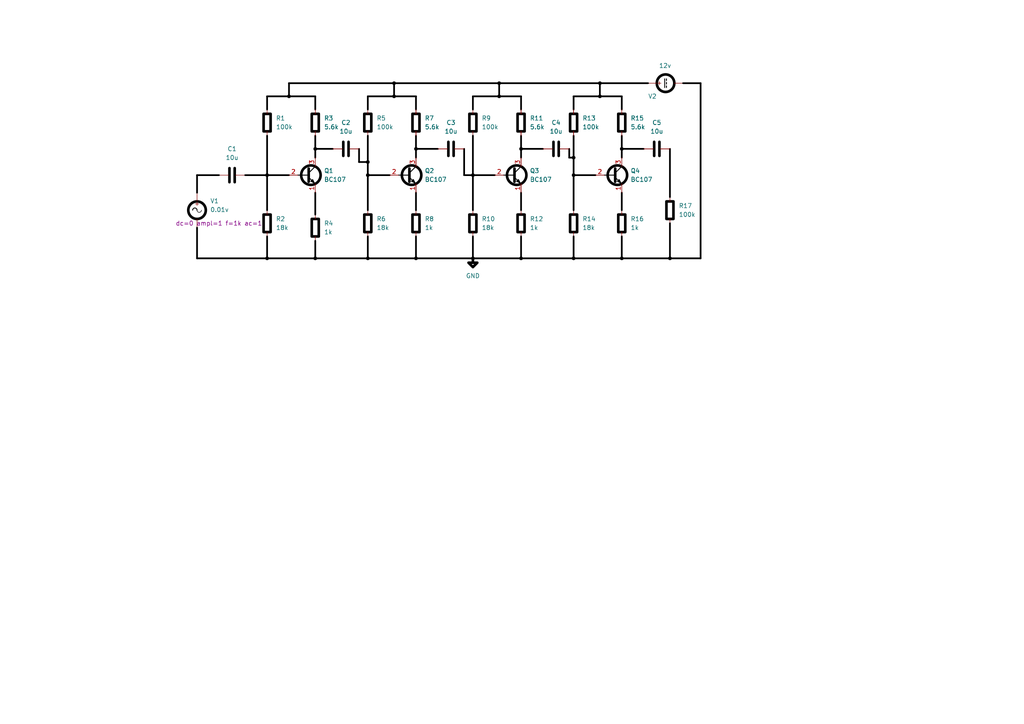
<source format=kicad_sch>
(kicad_sch
	(version 20250114)
	(generator "eeschema")
	(generator_version "9.0")
	(uuid "fc08085c-23ee-4dc4-837e-85c4d6c2111f")
	(paper "A4")
	(lib_symbols
		(symbol "BC107_1"
			(pin_names
				(offset 0)
				(hide yes)
			)
			(exclude_from_sim no)
			(in_bom yes)
			(on_board yes)
			(property "Reference" "Q2"
				(at 5.08 1.2701 0)
				(effects
					(font
						(size 1.27 1.27)
					)
					(justify left)
				)
			)
			(property "Value" "BC107"
				(at 5.08 -1.2699 0)
				(effects
					(font
						(size 1.27 1.27)
					)
					(justify left)
				)
			)
			(property "Footprint" "Package_TO_SOT_THT:TO-18-3"
				(at 5.08 -1.905 0)
				(effects
					(font
						(size 1.27 1.27)
						(italic yes)
					)
					(justify left)
					(hide yes)
				)
			)
			(property "Datasheet" "http://www.b-kainka.de/Daten/Transistor/BC108.pdf"
				(at 0 0 0)
				(effects
					(font
						(size 1.27 1.27)
					)
					(justify left)
					(hide yes)
				)
			)
			(property "Description" "0.1A Ic, 50V Vce, Low Noise General Purpose NPN Transistor, TO-18"
				(at 0 0 0)
				(effects
					(font
						(size 1.27 1.27)
					)
					(hide yes)
				)
			)
			(property "ki_keywords" "NPN low noise transistor"
				(at 0 0 0)
				(effects
					(font
						(size 1.27 1.27)
					)
					(hide yes)
				)
			)
			(property "ki_fp_filters" "TO?18*"
				(at 0 0 0)
				(effects
					(font
						(size 1.27 1.27)
					)
					(hide yes)
				)
			)
			(symbol "BC107_1_1_1"
				(polyline
					(pts
						(xy -2.54 0) (xy 0.635 0)
					)
					(stroke
						(width 0.254)
						(type solid)
						(color 0 0 0 1)
					)
					(fill
						(type none)
					)
				)
				(polyline
					(pts
						(xy 0.635 1.905) (xy 0.635 -1.905)
					)
					(stroke
						(width 0.762)
						(type solid)
						(color 0 0 0 1)
					)
					(fill
						(type none)
					)
				)
				(polyline
					(pts
						(xy 0.635 0.635) (xy 2.54 2.54)
					)
					(stroke
						(width 0.254)
						(type solid)
						(color 0 0 0 1)
					)
					(fill
						(type none)
					)
				)
				(polyline
					(pts
						(xy 0.635 -0.635) (xy 2.54 -2.54)
					)
					(stroke
						(width 0.254)
						(type solid)
						(color 0 0 0 1)
					)
					(fill
						(type none)
					)
				)
				(circle
					(center 1.27 0)
					(radius 2.8194)
					(stroke
						(width 0.762)
						(type solid)
						(color 0 0 0 1)
					)
					(fill
						(type none)
					)
				)
				(polyline
					(pts
						(xy 1.27 -1.778) (xy 1.778 -1.27) (xy 2.286 -2.286) (xy 1.27 -1.778)
					)
					(stroke
						(width 0.254)
						(type solid)
						(color 0 0 0 1)
					)
					(fill
						(type outline)
					)
				)
				(pin input line
					(at -5.08 0 0)
					(length 2.54)
					(name "B"
						(effects
							(font
								(size 1.27 1.27)
							)
						)
					)
					(number "2"
						(effects
							(font
								(size 1.27 1.27)
							)
						)
					)
				)
				(pin passive line
					(at 2.54 5.08 270)
					(length 2.54)
					(name "C"
						(effects
							(font
								(size 1.27 1.27)
							)
						)
					)
					(number "3"
						(effects
							(font
								(size 1.27 1.27)
							)
						)
					)
				)
				(pin passive line
					(at 2.54 -5.08 90)
					(length 2.54)
					(name "E"
						(effects
							(font
								(size 1.27 1.27)
							)
						)
					)
					(number "1"
						(effects
							(font
								(size 1.27 1.27)
							)
						)
					)
				)
			)
			(embedded_fonts no)
		)
		(symbol "BC107_2"
			(pin_names
				(offset 0)
				(hide yes)
			)
			(exclude_from_sim no)
			(in_bom yes)
			(on_board yes)
			(property "Reference" "Q3"
				(at 5.08 1.2701 0)
				(effects
					(font
						(size 1.27 1.27)
					)
					(justify left)
				)
			)
			(property "Value" "BC107"
				(at 5.08 -1.2699 0)
				(effects
					(font
						(size 1.27 1.27)
					)
					(justify left)
				)
			)
			(property "Footprint" "Package_TO_SOT_THT:TO-18-3"
				(at 5.08 -1.905 0)
				(effects
					(font
						(size 1.27 1.27)
						(italic yes)
					)
					(justify left)
					(hide yes)
				)
			)
			(property "Datasheet" "http://www.b-kainka.de/Daten/Transistor/BC108.pdf"
				(at 0 0 0)
				(effects
					(font
						(size 1.27 1.27)
					)
					(justify left)
					(hide yes)
				)
			)
			(property "Description" "0.1A Ic, 50V Vce, Low Noise General Purpose NPN Transistor, TO-18"
				(at 0 0 0)
				(effects
					(font
						(size 1.27 1.27)
					)
					(hide yes)
				)
			)
			(property "ki_keywords" "NPN low noise transistor"
				(at 0 0 0)
				(effects
					(font
						(size 1.27 1.27)
					)
					(hide yes)
				)
			)
			(property "ki_fp_filters" "TO?18*"
				(at 0 0 0)
				(effects
					(font
						(size 1.27 1.27)
					)
					(hide yes)
				)
			)
			(symbol "BC107_2_1_1"
				(polyline
					(pts
						(xy -2.54 0) (xy 0.635 0)
					)
					(stroke
						(width 0.254)
						(type solid)
						(color 0 0 0 1)
					)
					(fill
						(type none)
					)
				)
				(polyline
					(pts
						(xy 0.635 1.905) (xy 0.635 -1.905)
					)
					(stroke
						(width 0.762)
						(type solid)
						(color 0 0 0 1)
					)
					(fill
						(type none)
					)
				)
				(polyline
					(pts
						(xy 0.635 0.635) (xy 2.54 2.54)
					)
					(stroke
						(width 0.254)
						(type solid)
						(color 0 0 0 1)
					)
					(fill
						(type none)
					)
				)
				(polyline
					(pts
						(xy 0.635 -0.635) (xy 2.54 -2.54)
					)
					(stroke
						(width 0.254)
						(type solid)
						(color 0 0 0 1)
					)
					(fill
						(type none)
					)
				)
				(circle
					(center 1.27 0)
					(radius 2.8194)
					(stroke
						(width 0.762)
						(type solid)
						(color 0 0 0 1)
					)
					(fill
						(type none)
					)
				)
				(polyline
					(pts
						(xy 1.27 -1.778) (xy 1.778 -1.27) (xy 2.286 -2.286) (xy 1.27 -1.778)
					)
					(stroke
						(width 0.254)
						(type solid)
						(color 0 0 0 1)
					)
					(fill
						(type outline)
					)
				)
				(pin input line
					(at -5.08 0 0)
					(length 2.54)
					(name "B"
						(effects
							(font
								(size 1.27 1.27)
							)
						)
					)
					(number "2"
						(effects
							(font
								(size 1.27 1.27)
							)
						)
					)
				)
				(pin passive line
					(at 2.54 5.08 270)
					(length 2.54)
					(name "C"
						(effects
							(font
								(size 1.27 1.27)
							)
						)
					)
					(number "3"
						(effects
							(font
								(size 1.27 1.27)
							)
						)
					)
				)
				(pin passive line
					(at 2.54 -5.08 90)
					(length 2.54)
					(name "E"
						(effects
							(font
								(size 1.27 1.27)
							)
						)
					)
					(number "1"
						(effects
							(font
								(size 1.27 1.27)
							)
						)
					)
				)
			)
			(embedded_fonts no)
		)
		(symbol "BC107_3"
			(pin_names
				(offset 0)
				(hide yes)
			)
			(exclude_from_sim no)
			(in_bom yes)
			(on_board yes)
			(property "Reference" "Q4"
				(at 5.08 1.2701 0)
				(effects
					(font
						(size 1.27 1.27)
					)
					(justify left)
				)
			)
			(property "Value" "BC107"
				(at 5.08 -1.2699 0)
				(effects
					(font
						(size 1.27 1.27)
					)
					(justify left)
				)
			)
			(property "Footprint" "Package_TO_SOT_THT:TO-18-3"
				(at 5.08 -1.905 0)
				(effects
					(font
						(size 1.27 1.27)
						(italic yes)
					)
					(justify left)
					(hide yes)
				)
			)
			(property "Datasheet" "http://www.b-kainka.de/Daten/Transistor/BC108.pdf"
				(at 0 0 0)
				(effects
					(font
						(size 1.27 1.27)
					)
					(justify left)
					(hide yes)
				)
			)
			(property "Description" "0.1A Ic, 50V Vce, Low Noise General Purpose NPN Transistor, TO-18"
				(at 0 0 0)
				(effects
					(font
						(size 1.27 1.27)
					)
					(hide yes)
				)
			)
			(property "ki_keywords" "NPN low noise transistor"
				(at 0 0 0)
				(effects
					(font
						(size 1.27 1.27)
					)
					(hide yes)
				)
			)
			(property "ki_fp_filters" "TO?18*"
				(at 0 0 0)
				(effects
					(font
						(size 1.27 1.27)
					)
					(hide yes)
				)
			)
			(symbol "BC107_3_1_1"
				(polyline
					(pts
						(xy -2.54 0) (xy 0.635 0)
					)
					(stroke
						(width 0.254)
						(type solid)
						(color 0 0 0 1)
					)
					(fill
						(type none)
					)
				)
				(polyline
					(pts
						(xy 0.635 1.905) (xy 0.635 -1.905)
					)
					(stroke
						(width 0.762)
						(type solid)
						(color 0 0 0 1)
					)
					(fill
						(type none)
					)
				)
				(polyline
					(pts
						(xy 0.635 0.635) (xy 2.54 2.54)
					)
					(stroke
						(width 0.254)
						(type solid)
						(color 0 0 0 1)
					)
					(fill
						(type none)
					)
				)
				(polyline
					(pts
						(xy 0.635 -0.635) (xy 2.54 -2.54)
					)
					(stroke
						(width 0.254)
						(type solid)
						(color 0 0 0 1)
					)
					(fill
						(type none)
					)
				)
				(circle
					(center 1.27 0)
					(radius 2.8194)
					(stroke
						(width 0.762)
						(type solid)
						(color 0 0 0 1)
					)
					(fill
						(type none)
					)
				)
				(polyline
					(pts
						(xy 1.27 -1.778) (xy 1.778 -1.27) (xy 2.286 -2.286) (xy 1.27 -1.778)
					)
					(stroke
						(width 0.254)
						(type solid)
						(color 0 0 0 1)
					)
					(fill
						(type outline)
					)
				)
				(pin input line
					(at -5.08 0 0)
					(length 2.54)
					(name "B"
						(effects
							(font
								(size 1.27 1.27)
							)
						)
					)
					(number "2"
						(effects
							(font
								(size 1.27 1.27)
							)
						)
					)
				)
				(pin passive line
					(at 2.54 5.08 270)
					(length 2.54)
					(name "C"
						(effects
							(font
								(size 1.27 1.27)
							)
						)
					)
					(number "3"
						(effects
							(font
								(size 1.27 1.27)
							)
						)
					)
				)
				(pin passive line
					(at 2.54 -5.08 90)
					(length 2.54)
					(name "E"
						(effects
							(font
								(size 1.27 1.27)
							)
						)
					)
					(number "1"
						(effects
							(font
								(size 1.27 1.27)
							)
						)
					)
				)
			)
			(embedded_fonts no)
		)
		(symbol "C_1"
			(pin_numbers
				(hide yes)
			)
			(pin_names
				(offset 0.254)
			)
			(exclude_from_sim no)
			(in_bom yes)
			(on_board yes)
			(property "Reference" "C2"
				(at 7.62 0 90)
				(effects
					(font
						(size 1.27 1.27)
					)
				)
			)
			(property "Value" "C"
				(at 5.08 0 90)
				(effects
					(font
						(size 1.27 1.27)
					)
				)
			)
			(property "Footprint" ""
				(at 0.9652 -3.81 0)
				(effects
					(font
						(size 1.27 1.27)
					)
					(hide yes)
				)
			)
			(property "Datasheet" "~"
				(at 0 0 0)
				(effects
					(font
						(size 1.27 1.27)
					)
					(hide yes)
				)
			)
			(property "Description" "Unpolarized capacitor"
				(at 0 0 0)
				(effects
					(font
						(size 1.27 1.27)
					)
					(hide yes)
				)
			)
			(property "ki_keywords" "cap capacitor"
				(at 0 0 0)
				(effects
					(font
						(size 1.27 1.27)
					)
					(hide yes)
				)
			)
			(property "ki_fp_filters" "C_*"
				(at 0 0 0)
				(effects
					(font
						(size 1.27 1.27)
					)
					(hide yes)
				)
			)
			(symbol "C_1_1_1"
				(polyline
					(pts
						(xy -2.032 0.762) (xy 2.032 0.762)
					)
					(stroke
						(width 0.762)
						(type solid)
						(color 0 0 0 1)
					)
					(fill
						(type none)
					)
				)
				(polyline
					(pts
						(xy -2.032 -0.762) (xy 2.032 -0.762)
					)
					(stroke
						(width 0.762)
						(type solid)
						(color 0 0 0 1)
					)
					(fill
						(type none)
					)
				)
				(pin passive line
					(at 0 3.81 270)
					(length 2.794)
					(name "~"
						(effects
							(font
								(size 1.27 1.27)
							)
						)
					)
					(number "1"
						(effects
							(font
								(size 1.27 1.27)
							)
						)
					)
				)
				(pin passive line
					(at 0 -3.81 90)
					(length 2.794)
					(name "~"
						(effects
							(font
								(size 1.27 1.27)
							)
						)
					)
					(number "2"
						(effects
							(font
								(size 1.27 1.27)
							)
						)
					)
				)
			)
			(embedded_fonts no)
		)
		(symbol "C_2"
			(pin_numbers
				(hide yes)
			)
			(pin_names
				(offset 0.254)
			)
			(exclude_from_sim no)
			(in_bom yes)
			(on_board yes)
			(property "Reference" "C1"
				(at 7.62 0 90)
				(effects
					(font
						(size 1.27 1.27)
					)
				)
			)
			(property "Value" "10u"
				(at 5.08 0 90)
				(effects
					(font
						(size 1.27 1.27)
					)
				)
			)
			(property "Footprint" ""
				(at 0.9652 -3.81 0)
				(effects
					(font
						(size 1.27 1.27)
					)
					(hide yes)
				)
			)
			(property "Datasheet" "~"
				(at 0 0 0)
				(effects
					(font
						(size 1.27 1.27)
					)
					(hide yes)
				)
			)
			(property "Description" "Unpolarized capacitor"
				(at 0 0 0)
				(effects
					(font
						(size 1.27 1.27)
					)
					(hide yes)
				)
			)
			(property "ki_keywords" "cap capacitor"
				(at 0 0 0)
				(effects
					(font
						(size 1.27 1.27)
					)
					(hide yes)
				)
			)
			(property "ki_fp_filters" "C_*"
				(at 0 0 0)
				(effects
					(font
						(size 1.27 1.27)
					)
					(hide yes)
				)
			)
			(symbol "C_2_1_1"
				(polyline
					(pts
						(xy -2.032 0.762) (xy 2.032 0.762)
					)
					(stroke
						(width 0.762)
						(type solid)
						(color 0 0 0 1)
					)
					(fill
						(type none)
					)
				)
				(polyline
					(pts
						(xy -2.032 -0.762) (xy 2.032 -0.762)
					)
					(stroke
						(width 0.762)
						(type solid)
						(color 0 0 0 1)
					)
					(fill
						(type none)
					)
				)
				(pin passive line
					(at 0 3.81 270)
					(length 2.794)
					(name "~"
						(effects
							(font
								(size 1.27 1.27)
							)
						)
					)
					(number "1"
						(effects
							(font
								(size 1.27 1.27)
							)
						)
					)
				)
				(pin passive line
					(at 0 -3.81 90)
					(length 2.794)
					(name "~"
						(effects
							(font
								(size 1.27 1.27)
							)
						)
					)
					(number "2"
						(effects
							(font
								(size 1.27 1.27)
							)
						)
					)
				)
			)
			(embedded_fonts no)
		)
		(symbol "Device:C"
			(pin_numbers
				(hide yes)
			)
			(pin_names
				(offset 0.254)
			)
			(exclude_from_sim no)
			(in_bom yes)
			(on_board yes)
			(property "Reference" "C?"
				(at 7.62 0 90)
				(effects
					(font
						(size 1.27 1.27)
					)
				)
			)
			(property "Value" "10u"
				(at 5.08 0 90)
				(effects
					(font
						(size 1.27 1.27)
					)
				)
			)
			(property "Footprint" ""
				(at 0.9652 -3.81 0)
				(effects
					(font
						(size 1.27 1.27)
					)
					(hide yes)
				)
			)
			(property "Datasheet" "~"
				(at 0 0 0)
				(effects
					(font
						(size 1.27 1.27)
					)
					(hide yes)
				)
			)
			(property "Description" "Unpolarized capacitor"
				(at 0 0 0)
				(effects
					(font
						(size 1.27 1.27)
					)
					(hide yes)
				)
			)
			(property "ki_keywords" "cap capacitor"
				(at 0 0 0)
				(effects
					(font
						(size 1.27 1.27)
					)
					(hide yes)
				)
			)
			(property "ki_fp_filters" "C_*"
				(at 0 0 0)
				(effects
					(font
						(size 1.27 1.27)
					)
					(hide yes)
				)
			)
			(symbol "C_1_1"
				(polyline
					(pts
						(xy -2.032 0.762) (xy 2.032 0.762)
					)
					(stroke
						(width 0.762)
						(type solid)
						(color 0 0 0 1)
					)
					(fill
						(type none)
					)
				)
				(polyline
					(pts
						(xy -2.032 -0.762) (xy 2.032 -0.762)
					)
					(stroke
						(width 0.762)
						(type solid)
						(color 0 0 0 1)
					)
					(fill
						(type none)
					)
				)
				(pin passive line
					(at 0 3.81 270)
					(length 2.794)
					(name "~"
						(effects
							(font
								(size 1.27 1.27)
							)
						)
					)
					(number "1"
						(effects
							(font
								(size 1.27 1.27)
							)
						)
					)
				)
				(pin passive line
					(at 0 -3.81 90)
					(length 2.794)
					(name "~"
						(effects
							(font
								(size 1.27 1.27)
							)
						)
					)
					(number "2"
						(effects
							(font
								(size 1.27 1.27)
							)
						)
					)
				)
			)
			(embedded_fonts no)
		)
		(symbol "R_1"
			(pin_numbers
				(hide yes)
			)
			(pin_names
				(offset 0)
			)
			(exclude_from_sim no)
			(in_bom yes)
			(on_board yes)
			(property "Reference" "R?"
				(at 2.54 1.2701 0)
				(effects
					(font
						(size 1.27 1.27)
					)
					(justify left)
				)
			)
			(property "Value" "18k"
				(at 2.54 -1.2699 0)
				(effects
					(font
						(size 1.27 1.27)
					)
					(justify left)
				)
			)
			(property "Footprint" ""
				(at -1.778 0 90)
				(effects
					(font
						(size 1.27 1.27)
					)
					(hide yes)
				)
			)
			(property "Datasheet" "~"
				(at 0 0 0)
				(effects
					(font
						(size 1.27 1.27)
					)
					(hide yes)
				)
			)
			(property "Description" "Resistor"
				(at 0 0 0)
				(effects
					(font
						(size 1.27 1.27)
					)
					(hide yes)
				)
			)
			(property "ki_keywords" "R res resistor"
				(at 0 0 0)
				(effects
					(font
						(size 1.27 1.27)
					)
					(hide yes)
				)
			)
			(property "ki_fp_filters" "R_*"
				(at 0 0 0)
				(effects
					(font
						(size 1.27 1.27)
					)
					(hide yes)
				)
			)
			(symbol "R_1_1_1"
				(rectangle
					(start -1.016 2.54)
					(end 1.016 -2.54)
					(stroke
						(width 0.762)
						(type solid)
						(color 0 0 0 1)
					)
					(fill
						(type none)
					)
				)
				(pin passive line
					(at 0 3.81 270)
					(length 1.27)
					(name "~"
						(effects
							(font
								(size 1.27 1.27)
							)
						)
					)
					(number "1"
						(effects
							(font
								(size 1.27 1.27)
							)
						)
					)
				)
				(pin passive line
					(at 0 -3.81 90)
					(length 1.27)
					(name "~"
						(effects
							(font
								(size 1.27 1.27)
							)
						)
					)
					(number "2"
						(effects
							(font
								(size 1.27 1.27)
							)
						)
					)
				)
			)
			(embedded_fonts no)
		)
		(symbol "R_2"
			(pin_numbers
				(hide yes)
			)
			(pin_names
				(offset 0)
			)
			(exclude_from_sim no)
			(in_bom yes)
			(on_board yes)
			(property "Reference" "R2"
				(at 2.54 1.2701 0)
				(effects
					(font
						(size 1.27 1.27)
					)
					(justify left)
				)
			)
			(property "Value" "18k"
				(at 2.54 -1.2699 0)
				(effects
					(font
						(size 1.27 1.27)
					)
					(justify left)
				)
			)
			(property "Footprint" ""
				(at -1.778 0 90)
				(effects
					(font
						(size 1.27 1.27)
					)
					(hide yes)
				)
			)
			(property "Datasheet" "~"
				(at 0 0 0)
				(effects
					(font
						(size 1.27 1.27)
					)
					(hide yes)
				)
			)
			(property "Description" "Resistor"
				(at 0 0 0)
				(effects
					(font
						(size 1.27 1.27)
					)
					(hide yes)
				)
			)
			(property "ki_keywords" "R res resistor"
				(at 0 0 0)
				(effects
					(font
						(size 1.27 1.27)
					)
					(hide yes)
				)
			)
			(property "ki_fp_filters" "R_*"
				(at 0 0 0)
				(effects
					(font
						(size 1.27 1.27)
					)
					(hide yes)
				)
			)
			(symbol "R_2_1_1"
				(rectangle
					(start -1.016 2.54)
					(end 1.016 -2.54)
					(stroke
						(width 0.762)
						(type solid)
						(color 0 0 0 1)
					)
					(fill
						(type none)
					)
				)
				(pin passive line
					(at 0 3.81 270)
					(length 1.27)
					(name "~"
						(effects
							(font
								(size 1.27 1.27)
							)
						)
					)
					(number "1"
						(effects
							(font
								(size 1.27 1.27)
							)
						)
					)
				)
				(pin passive line
					(at 0 -3.81 90)
					(length 1.27)
					(name "~"
						(effects
							(font
								(size 1.27 1.27)
							)
						)
					)
					(number "2"
						(effects
							(font
								(size 1.27 1.27)
							)
						)
					)
				)
			)
			(embedded_fonts no)
		)
		(symbol "R_3"
			(pin_numbers
				(hide yes)
			)
			(pin_names
				(offset 0)
			)
			(exclude_from_sim no)
			(in_bom yes)
			(on_board yes)
			(property "Reference" "R5"
				(at 2.54 1.2701 0)
				(effects
					(font
						(size 1.27 1.27)
					)
					(justify left)
				)
			)
			(property "Value" "1k"
				(at 2.54 -1.2699 0)
				(effects
					(font
						(size 1.27 1.27)
					)
					(justify left)
				)
			)
			(property "Footprint" ""
				(at -1.778 0 90)
				(effects
					(font
						(size 1.27 1.27)
					)
					(hide yes)
				)
			)
			(property "Datasheet" "~"
				(at 0 0 0)
				(effects
					(font
						(size 1.27 1.27)
					)
					(hide yes)
				)
			)
			(property "Description" "Resistor"
				(at 0 0 0)
				(effects
					(font
						(size 1.27 1.27)
					)
					(hide yes)
				)
			)
			(property "ki_keywords" "R res resistor"
				(at 0 0 0)
				(effects
					(font
						(size 1.27 1.27)
					)
					(hide yes)
				)
			)
			(property "ki_fp_filters" "R_*"
				(at 0 0 0)
				(effects
					(font
						(size 1.27 1.27)
					)
					(hide yes)
				)
			)
			(symbol "R_3_1_1"
				(rectangle
					(start -1.016 2.54)
					(end 1.016 -2.54)
					(stroke
						(width 0.762)
						(type solid)
						(color 0 0 0 1)
					)
					(fill
						(type none)
					)
				)
				(pin passive line
					(at 0 3.81 270)
					(length 1.27)
					(name "~"
						(effects
							(font
								(size 1.27 1.27)
							)
						)
					)
					(number "1"
						(effects
							(font
								(size 1.27 1.27)
							)
						)
					)
				)
				(pin passive line
					(at 0 -3.81 90)
					(length 1.27)
					(name "~"
						(effects
							(font
								(size 1.27 1.27)
							)
						)
					)
					(number "2"
						(effects
							(font
								(size 1.27 1.27)
							)
						)
					)
				)
			)
			(embedded_fonts no)
		)
		(symbol "R_4"
			(pin_numbers
				(hide yes)
			)
			(pin_names
				(offset 0)
			)
			(exclude_from_sim no)
			(in_bom yes)
			(on_board yes)
			(property "Reference" "R7"
				(at 2.54 1.2701 0)
				(effects
					(font
						(size 1.27 1.27)
					)
					(justify left)
				)
			)
			(property "Value" "5.6k"
				(at 2.54 -1.2699 0)
				(effects
					(font
						(size 1.27 1.27)
					)
					(justify left)
				)
			)
			(property "Footprint" ""
				(at -1.778 0 90)
				(effects
					(font
						(size 1.27 1.27)
					)
					(hide yes)
				)
			)
			(property "Datasheet" "~"
				(at 0 0 0)
				(effects
					(font
						(size 1.27 1.27)
					)
					(hide yes)
				)
			)
			(property "Description" "Resistor"
				(at 0 0 0)
				(effects
					(font
						(size 1.27 1.27)
					)
					(hide yes)
				)
			)
			(property "ki_keywords" "R res resistor"
				(at 0 0 0)
				(effects
					(font
						(size 1.27 1.27)
					)
					(hide yes)
				)
			)
			(property "ki_fp_filters" "R_*"
				(at 0 0 0)
				(effects
					(font
						(size 1.27 1.27)
					)
					(hide yes)
				)
			)
			(symbol "R_4_1_1"
				(rectangle
					(start -1.016 2.54)
					(end 1.016 -2.54)
					(stroke
						(width 0.762)
						(type solid)
						(color 0 0 0 1)
					)
					(fill
						(type none)
					)
				)
				(pin passive line
					(at 0 3.81 270)
					(length 1.27)
					(name "~"
						(effects
							(font
								(size 1.27 1.27)
							)
						)
					)
					(number "1"
						(effects
							(font
								(size 1.27 1.27)
							)
						)
					)
				)
				(pin passive line
					(at 0 -3.81 90)
					(length 1.27)
					(name "~"
						(effects
							(font
								(size 1.27 1.27)
							)
						)
					)
					(number "2"
						(effects
							(font
								(size 1.27 1.27)
							)
						)
					)
				)
			)
			(embedded_fonts no)
		)
		(symbol "R_5"
			(pin_numbers
				(hide yes)
			)
			(pin_names
				(offset 0)
			)
			(exclude_from_sim no)
			(in_bom yes)
			(on_board yes)
			(property "Reference" "R6"
				(at 2.54 1.2701 0)
				(effects
					(font
						(size 1.27 1.27)
					)
					(justify left)
				)
			)
			(property "Value" "100k"
				(at 2.54 -1.2699 0)
				(effects
					(font
						(size 1.27 1.27)
					)
					(justify left)
				)
			)
			(property "Footprint" ""
				(at -1.778 0 90)
				(effects
					(font
						(size 1.27 1.27)
					)
					(hide yes)
				)
			)
			(property "Datasheet" "~"
				(at 0 0 0)
				(effects
					(font
						(size 1.27 1.27)
					)
					(hide yes)
				)
			)
			(property "Description" "Resistor"
				(at 0 0 0)
				(effects
					(font
						(size 1.27 1.27)
					)
					(hide yes)
				)
			)
			(property "ki_keywords" "R res resistor"
				(at 0 0 0)
				(effects
					(font
						(size 1.27 1.27)
					)
					(hide yes)
				)
			)
			(property "ki_fp_filters" "R_*"
				(at 0 0 0)
				(effects
					(font
						(size 1.27 1.27)
					)
					(hide yes)
				)
			)
			(symbol "R_5_1_1"
				(rectangle
					(start -1.016 2.54)
					(end 1.016 -2.54)
					(stroke
						(width 0.762)
						(type solid)
						(color 0 0 0 1)
					)
					(fill
						(type none)
					)
				)
				(pin passive line
					(at 0 3.81 270)
					(length 1.27)
					(name "~"
						(effects
							(font
								(size 1.27 1.27)
							)
						)
					)
					(number "1"
						(effects
							(font
								(size 1.27 1.27)
							)
						)
					)
				)
				(pin passive line
					(at 0 -3.81 90)
					(length 1.27)
					(name "~"
						(effects
							(font
								(size 1.27 1.27)
							)
						)
					)
					(number "2"
						(effects
							(font
								(size 1.27 1.27)
							)
						)
					)
				)
			)
			(embedded_fonts no)
		)
		(symbol "R_6"
			(pin_numbers
				(hide yes)
			)
			(pin_names
				(offset 0)
			)
			(exclude_from_sim no)
			(in_bom yes)
			(on_board yes)
			(property "Reference" "R4"
				(at 2.54 1.2701 0)
				(effects
					(font
						(size 1.27 1.27)
					)
					(justify left)
				)
			)
			(property "Value" "1k"
				(at 2.54 -1.2699 0)
				(effects
					(font
						(size 1.27 1.27)
					)
					(justify left)
				)
			)
			(property "Footprint" ""
				(at -1.778 0 90)
				(effects
					(font
						(size 1.27 1.27)
					)
					(hide yes)
				)
			)
			(property "Datasheet" "~"
				(at 0 0 0)
				(effects
					(font
						(size 1.27 1.27)
					)
					(hide yes)
				)
			)
			(property "Description" "Resistor"
				(at 0 0 0)
				(effects
					(font
						(size 1.27 1.27)
					)
					(hide yes)
				)
			)
			(property "ki_keywords" "R res resistor"
				(at 0 0 0)
				(effects
					(font
						(size 1.27 1.27)
					)
					(hide yes)
				)
			)
			(property "ki_fp_filters" "R_*"
				(at 0 0 0)
				(effects
					(font
						(size 1.27 1.27)
					)
					(hide yes)
				)
			)
			(symbol "R_6_1_1"
				(rectangle
					(start -1.016 2.54)
					(end 1.016 -2.54)
					(stroke
						(width 0.762)
						(type solid)
						(color 0 0 0 1)
					)
					(fill
						(type none)
					)
				)
				(pin passive line
					(at 0 3.81 270)
					(length 1.27)
					(name "~"
						(effects
							(font
								(size 1.27 1.27)
							)
						)
					)
					(number "1"
						(effects
							(font
								(size 1.27 1.27)
							)
						)
					)
				)
				(pin passive line
					(at 0 -3.81 90)
					(length 1.27)
					(name "~"
						(effects
							(font
								(size 1.27 1.27)
							)
						)
					)
					(number "2"
						(effects
							(font
								(size 1.27 1.27)
							)
						)
					)
				)
			)
			(embedded_fonts no)
		)
		(symbol "R_7"
			(pin_numbers
				(hide yes)
			)
			(pin_names
				(offset 0)
			)
			(exclude_from_sim no)
			(in_bom yes)
			(on_board yes)
			(property "Reference" "R1"
				(at 2.54 1.2701 0)
				(effects
					(font
						(size 1.27 1.27)
					)
					(justify left)
				)
			)
			(property "Value" "R"
				(at 2.54 -1.2699 0)
				(effects
					(font
						(size 1.27 1.27)
					)
					(justify left)
				)
			)
			(property "Footprint" ""
				(at -1.778 0 90)
				(effects
					(font
						(size 1.27 1.27)
					)
					(hide yes)
				)
			)
			(property "Datasheet" "~"
				(at 0 0 0)
				(effects
					(font
						(size 1.27 1.27)
					)
					(hide yes)
				)
			)
			(property "Description" "Resistor"
				(at 0 0 0)
				(effects
					(font
						(size 1.27 1.27)
					)
					(hide yes)
				)
			)
			(property "ki_keywords" "R res resistor"
				(at 0 0 0)
				(effects
					(font
						(size 1.27 1.27)
					)
					(hide yes)
				)
			)
			(property "ki_fp_filters" "R_*"
				(at 0 0 0)
				(effects
					(font
						(size 1.27 1.27)
					)
					(hide yes)
				)
			)
			(symbol "R_7_1_1"
				(rectangle
					(start -1.016 2.54)
					(end 1.016 -2.54)
					(stroke
						(width 0.762)
						(type solid)
						(color 0 0 0 1)
					)
					(fill
						(type none)
					)
				)
				(pin passive line
					(at 0 3.81 270)
					(length 1.27)
					(name "~"
						(effects
							(font
								(size 1.27 1.27)
							)
						)
					)
					(number "1"
						(effects
							(font
								(size 1.27 1.27)
							)
						)
					)
				)
				(pin passive line
					(at 0 -3.81 90)
					(length 1.27)
					(name "~"
						(effects
							(font
								(size 1.27 1.27)
							)
						)
					)
					(number "2"
						(effects
							(font
								(size 1.27 1.27)
							)
						)
					)
				)
			)
			(embedded_fonts no)
		)
		(symbol "R_8"
			(pin_numbers
				(hide yes)
			)
			(pin_names
				(offset 0)
			)
			(exclude_from_sim no)
			(in_bom yes)
			(on_board yes)
			(property "Reference" "R3"
				(at 2.54 1.2701 0)
				(effects
					(font
						(size 1.27 1.27)
					)
					(justify left)
				)
			)
			(property "Value" "R"
				(at 2.54 -1.2699 0)
				(effects
					(font
						(size 1.27 1.27)
					)
					(justify left)
				)
			)
			(property "Footprint" ""
				(at -1.778 0 90)
				(effects
					(font
						(size 1.27 1.27)
					)
					(hide yes)
				)
			)
			(property "Datasheet" "~"
				(at 0 0 0)
				(effects
					(font
						(size 1.27 1.27)
					)
					(hide yes)
				)
			)
			(property "Description" "Resistor"
				(at 0 0 0)
				(effects
					(font
						(size 1.27 1.27)
					)
					(hide yes)
				)
			)
			(property "ki_keywords" "R res resistor"
				(at 0 0 0)
				(effects
					(font
						(size 1.27 1.27)
					)
					(hide yes)
				)
			)
			(property "ki_fp_filters" "R_*"
				(at 0 0 0)
				(effects
					(font
						(size 1.27 1.27)
					)
					(hide yes)
				)
			)
			(symbol "R_8_1_1"
				(rectangle
					(start -1.016 2.54)
					(end 1.016 -2.54)
					(stroke
						(width 0.762)
						(type solid)
						(color 0 0 0 1)
					)
					(fill
						(type none)
					)
				)
				(pin passive line
					(at 0 3.81 270)
					(length 1.27)
					(name "~"
						(effects
							(font
								(size 1.27 1.27)
							)
						)
					)
					(number "1"
						(effects
							(font
								(size 1.27 1.27)
							)
						)
					)
				)
				(pin passive line
					(at 0 -3.81 90)
					(length 1.27)
					(name "~"
						(effects
							(font
								(size 1.27 1.27)
							)
						)
					)
					(number "2"
						(effects
							(font
								(size 1.27 1.27)
							)
						)
					)
				)
			)
			(embedded_fonts no)
		)
		(symbol "Simulation_SPICE:VDC"
			(pin_numbers
				(hide yes)
			)
			(pin_names
				(offset 0.0254)
			)
			(exclude_from_sim no)
			(in_bom yes)
			(on_board yes)
			(property "Reference" "V?"
				(at -3.81 3.81 90)
				(effects
					(font
						(size 1.27 1.27)
					)
				)
			)
			(property "Value" "12v"
				(at 5.08 0.1298 90)
				(effects
					(font
						(size 1.27 1.27)
					)
				)
			)
			(property "Footprint" ""
				(at 0 0 0)
				(effects
					(font
						(size 1.27 1.27)
					)
					(hide yes)
				)
			)
			(property "Datasheet" "https://ngspice.sourceforge.io/docs/ngspice-html-manual/manual.xhtml#sec_Independent_Sources_for"
				(at 5.588 -4.064 0)
				(effects
					(font
						(size 1.27 1.27)
					)
					(hide yes)
				)
			)
			(property "Description" "Voltage source, DC"
				(at 10.16 5.588 0)
				(effects
					(font
						(size 1.27 1.27)
					)
					(hide yes)
				)
			)
			(property "Sim.Pins" "1=+ 2=-"
				(at 5.842 3.302 0)
				(effects
					(font
						(size 1.27 1.27)
					)
					(hide yes)
				)
			)
			(property "Sim.Type" "DC"
				(at 11.684 3.302 0)
				(effects
					(font
						(size 1.27 1.27)
					)
					(hide yes)
				)
			)
			(property "Sim.Device" "V"
				(at 13.462 3.302 0)
				(effects
					(font
						(size 1.27 1.27)
					)
					(justify left)
					(hide yes)
				)
			)
			(property "ki_keywords" "simulation"
				(at 0 0 0)
				(effects
					(font
						(size 1.27 1.27)
					)
					(hide yes)
				)
			)
			(symbol "VDC_0_0"
				(text "+"
					(at 0 1.905 0)
					(effects
						(font
							(size 1.27 1.27)
						)
					)
				)
			)
			(symbol "VDC_1_0"
				(polyline
					(pts
						(xy -1.27 0.254) (xy 1.27 0.254)
					)
					(stroke
						(width 0.254)
						(type solid)
						(color 0 0 0 1)
					)
					(fill
						(type none)
					)
				)
				(polyline
					(pts
						(xy -0.762 -0.254) (xy -1.27 -0.254)
					)
					(stroke
						(width 0.254)
						(type solid)
						(color 0 0 0 1)
					)
					(fill
						(type none)
					)
				)
				(polyline
					(pts
						(xy 0.254 -0.254) (xy -0.254 -0.254)
					)
					(stroke
						(width 0.254)
						(type solid)
						(color 0 0 0 1)
					)
					(fill
						(type none)
					)
				)
				(polyline
					(pts
						(xy 1.27 -0.254) (xy 0.762 -0.254)
					)
					(stroke
						(width 0.254)
						(type solid)
						(color 0 0 0 1)
					)
					(fill
						(type none)
					)
				)
			)
			(symbol "VDC_1_1"
				(circle
					(center 0 0)
					(radius 2.54)
					(stroke
						(width 0.762)
						(type solid)
						(color 0 0 0 1)
					)
					(fill
						(type color)
						(color 255 255 255 1)
					)
				)
				(pin passive line
					(at 0 5.08 270)
					(length 2.54)
					(name "~"
						(effects
							(font
								(size 1.27 1.27)
							)
						)
					)
					(number "1"
						(effects
							(font
								(size 1.27 1.27)
							)
						)
					)
				)
				(pin passive line
					(at 0 -5.08 90)
					(length 2.54)
					(name "~"
						(effects
							(font
								(size 1.27 1.27)
							)
						)
					)
					(number "2"
						(effects
							(font
								(size 1.27 1.27)
							)
						)
					)
				)
			)
			(embedded_fonts no)
		)
		(symbol "Simulation_SPICE:VSIN"
			(pin_numbers
				(hide yes)
			)
			(pin_names
				(offset 0.0254)
			)
			(exclude_from_sim no)
			(in_bom yes)
			(on_board yes)
			(property "Reference" "V?"
				(at 3.81 2.6699 0)
				(effects
					(font
						(size 1.27 1.27)
					)
					(justify left)
				)
			)
			(property "Value" "0.01"
				(at 3.81 0.1299 0)
				(effects
					(font
						(size 1.27 1.27)
					)
					(justify left)
				)
			)
			(property "Footprint" ""
				(at 0 0 0)
				(effects
					(font
						(size 1.27 1.27)
					)
					(hide yes)
				)
			)
			(property "Datasheet" "https://ngspice.sourceforge.io/docs/ngspice-html-manual/manual.xhtml#sec_Independent_Sources_for"
				(at 7.366 8.382 0)
				(effects
					(font
						(size 1.27 1.27)
					)
					(hide yes)
				)
			)
			(property "Description" "Voltage source, sinusoidal"
				(at 16.256 -12.192 0)
				(effects
					(font
						(size 1.27 1.27)
					)
					(hide yes)
				)
			)
			(property "Sim.Pins" "1=+ 2=-"
				(at 13.716 3.048 0)
				(effects
					(font
						(size 1.27 1.27)
					)
					(hide yes)
				)
			)
			(property "Sim.Params" "dc=0 ampl=1 f=1k ac=1"
				(at 3.81 -2.4101 0)
				(effects
					(font
						(size 1.27 1.27)
					)
					(justify left)
				)
			)
			(property "Sim.Type" "SIN"
				(at 7.366 -7.112 0)
				(effects
					(font
						(size 1.27 1.27)
					)
					(hide yes)
				)
			)
			(property "Sim.Device" "V"
				(at 19.812 3.048 0)
				(effects
					(font
						(size 1.27 1.27)
					)
					(justify left)
					(hide yes)
				)
			)
			(property "ki_keywords" "simulation ac vac"
				(at 0 0 0)
				(effects
					(font
						(size 1.27 1.27)
					)
					(hide yes)
				)
			)
			(symbol "VSIN_0_0"
				(text "+"
					(at 0 1.905 0)
					(effects
						(font
							(size 1.27 1.27)
						)
					)
				)
			)
			(symbol "VSIN_1_0"
				(arc
					(start -1.27 0)
					(mid -0.635 0.6323)
					(end 0 0)
					(stroke
						(width 0.254)
						(type solid)
						(color 0 0 0 1)
					)
					(fill
						(type none)
					)
				)
				(arc
					(start 1.27 0)
					(mid 0.635 -0.6323)
					(end 0 0)
					(stroke
						(width 0)
						(type solid)
						(color 0 0 0 1)
					)
					(fill
						(type none)
					)
				)
			)
			(symbol "VSIN_1_1"
				(circle
					(center 0 0)
					(radius 2.54)
					(stroke
						(width 0.762)
						(type solid)
						(color 0 0 0 1)
					)
					(fill
						(type color)
						(color 255 255 255 1)
					)
				)
				(pin passive line
					(at 0 5.08 270)
					(length 2.54)
					(name "~"
						(effects
							(font
								(size 1.27 1.27)
							)
						)
					)
					(number "1"
						(effects
							(font
								(size 1.27 1.27)
							)
						)
					)
				)
				(pin passive line
					(at 0 -5.08 90)
					(length 2.54)
					(name "~"
						(effects
							(font
								(size 1.27 1.27)
							)
						)
					)
					(number "2"
						(effects
							(font
								(size 1.27 1.27)
							)
						)
					)
				)
			)
			(embedded_fonts no)
		)
		(symbol "Transistor_BJT:BC107"
			(pin_names
				(offset 0)
				(hide yes)
			)
			(exclude_from_sim no)
			(in_bom yes)
			(on_board yes)
			(property "Reference" "Q1"
				(at 5.08 1.2701 0)
				(effects
					(font
						(size 1.27 1.27)
					)
					(justify left)
				)
			)
			(property "Value" "BC107"
				(at 5.08 -1.2699 0)
				(effects
					(font
						(size 1.27 1.27)
					)
					(justify left)
				)
			)
			(property "Footprint" "Package_TO_SOT_THT:TO-18-3"
				(at 5.08 -1.905 0)
				(effects
					(font
						(size 1.27 1.27)
						(italic yes)
					)
					(justify left)
					(hide yes)
				)
			)
			(property "Datasheet" "http://www.b-kainka.de/Daten/Transistor/BC108.pdf"
				(at 0 0 0)
				(effects
					(font
						(size 1.27 1.27)
					)
					(justify left)
					(hide yes)
				)
			)
			(property "Description" "0.1A Ic, 50V Vce, Low Noise General Purpose NPN Transistor, TO-18"
				(at 0 0 0)
				(effects
					(font
						(size 1.27 1.27)
					)
					(hide yes)
				)
			)
			(property "ki_keywords" "NPN low noise transistor"
				(at 0 0 0)
				(effects
					(font
						(size 1.27 1.27)
					)
					(hide yes)
				)
			)
			(property "ki_fp_filters" "TO?18*"
				(at 0 0 0)
				(effects
					(font
						(size 1.27 1.27)
					)
					(hide yes)
				)
			)
			(symbol "BC107_1_1"
				(polyline
					(pts
						(xy -2.54 0) (xy 0.635 0)
					)
					(stroke
						(width 0.254)
						(type solid)
						(color 0 0 0 1)
					)
					(fill
						(type none)
					)
				)
				(polyline
					(pts
						(xy 0.635 1.905) (xy 0.635 -1.905)
					)
					(stroke
						(width 0.762)
						(type solid)
						(color 0 0 0 1)
					)
					(fill
						(type none)
					)
				)
				(polyline
					(pts
						(xy 0.635 0.635) (xy 2.54 2.54)
					)
					(stroke
						(width 0.254)
						(type solid)
						(color 0 0 0 1)
					)
					(fill
						(type none)
					)
				)
				(polyline
					(pts
						(xy 0.635 -0.635) (xy 2.54 -2.54)
					)
					(stroke
						(width 0.254)
						(type solid)
						(color 0 0 0 1)
					)
					(fill
						(type none)
					)
				)
				(circle
					(center 1.27 0)
					(radius 2.8194)
					(stroke
						(width 0.762)
						(type solid)
						(color 0 0 0 1)
					)
					(fill
						(type none)
					)
				)
				(polyline
					(pts
						(xy 1.27 -1.778) (xy 1.778 -1.27) (xy 2.286 -2.286) (xy 1.27 -1.778)
					)
					(stroke
						(width 0.254)
						(type solid)
						(color 0 0 0 1)
					)
					(fill
						(type outline)
					)
				)
				(pin input line
					(at -5.08 0 0)
					(length 2.54)
					(name "B"
						(effects
							(font
								(size 1.27 1.27)
							)
						)
					)
					(number "2"
						(effects
							(font
								(size 1.27 1.27)
							)
						)
					)
				)
				(pin passive line
					(at 2.54 5.08 270)
					(length 2.54)
					(name "C"
						(effects
							(font
								(size 1.27 1.27)
							)
						)
					)
					(number "3"
						(effects
							(font
								(size 1.27 1.27)
							)
						)
					)
				)
				(pin passive line
					(at 2.54 -5.08 90)
					(length 2.54)
					(name "E"
						(effects
							(font
								(size 1.27 1.27)
							)
						)
					)
					(number "1"
						(effects
							(font
								(size 1.27 1.27)
							)
						)
					)
				)
			)
			(embedded_fonts no)
		)
		(symbol "power:GND"
			(power)
			(pin_numbers
				(hide yes)
			)
			(pin_names
				(offset 0)
				(hide yes)
			)
			(exclude_from_sim no)
			(in_bom yes)
			(on_board yes)
			(property "Reference" "#PWR01"
				(at 0 -6.35 0)
				(effects
					(font
						(size 1.27 1.27)
					)
					(hide yes)
				)
			)
			(property "Value" "GND"
				(at 0 -5.08 0)
				(effects
					(font
						(size 1.27 1.27)
					)
				)
			)
			(property "Footprint" ""
				(at 0 0 0)
				(effects
					(font
						(size 1.27 1.27)
					)
					(hide yes)
				)
			)
			(property "Datasheet" ""
				(at 0 0 0)
				(effects
					(font
						(size 1.27 1.27)
					)
					(hide yes)
				)
			)
			(property "Description" "Power symbol creates a global label with name \"GND\" , ground"
				(at 0 0 0)
				(effects
					(font
						(size 1.27 1.27)
					)
					(hide yes)
				)
			)
			(property "ki_keywords" "global power"
				(at 0 0 0)
				(effects
					(font
						(size 1.27 1.27)
					)
					(hide yes)
				)
			)
			(symbol "GND_1_1"
				(polyline
					(pts
						(xy 0 0) (xy 0 -1.27) (xy 1.27 -1.27) (xy 0 -2.54) (xy -1.27 -1.27) (xy 0 -1.27)
					)
					(stroke
						(width 0.762)
						(type solid)
						(color 0 0 0 1)
					)
					(fill
						(type none)
					)
				)
				(pin power_in line
					(at 0 0 270)
					(length 0)
					(name "~"
						(effects
							(font
								(size 1.27 1.27)
							)
						)
					)
					(number "1"
						(effects
							(font
								(size 1.27 1.27)
							)
						)
					)
				)
			)
			(embedded_fonts no)
		)
	)
	(junction
		(at 106.68 74.93)
		(diameter 0)
		(color 0 0 0 1)
		(uuid "09534626-0374-4c4b-8a78-4c3488ff09b1")
	)
	(junction
		(at 151.13 74.93)
		(diameter 0)
		(color 0 0 0 1)
		(uuid "09f8fbb5-f271-46f3-9558-b6c25e41d2b4")
	)
	(junction
		(at 166.37 50.8)
		(diameter 0)
		(color 0 0 0 1)
		(uuid "109ff133-5fff-4bdf-aa38-8ea67eb425c3")
	)
	(junction
		(at 137.16 50.8)
		(diameter 0)
		(color 0 0 0 1)
		(uuid "17e4c29f-e6d5-4d02-af8e-f49990ee54a8")
	)
	(junction
		(at 106.68 50.8)
		(diameter 0)
		(color 0 0 0 1)
		(uuid "1e9516e9-a32f-4c24-8d0b-c69c9430cf54")
	)
	(junction
		(at 173.99 27.94)
		(diameter 0)
		(color 0 0 0 1)
		(uuid "2b55d648-0c54-4d59-a2b8-7b4da28590cc")
	)
	(junction
		(at 144.78 27.94)
		(diameter 0)
		(color 0 0 0 1)
		(uuid "4c515f56-541e-4c91-9d9f-7e955b54ece8")
	)
	(junction
		(at 120.65 43.18)
		(diameter 0)
		(color 0 0 0 1)
		(uuid "4e09ba5c-5478-4531-aed7-1e6b5a67c23e")
	)
	(junction
		(at 91.44 43.18)
		(diameter 0)
		(color 0 0 0 1)
		(uuid "5c38cdbd-7aa6-4d75-b8cb-45e69b6accf0")
	)
	(junction
		(at 137.16 74.93)
		(diameter 0)
		(color 0 0 0 1)
		(uuid "6337dfa0-bcc7-4704-b301-fe654a2b39c1")
	)
	(junction
		(at 77.47 74.93)
		(diameter 0)
		(color 0 0 0 1)
		(uuid "6de91c2f-8b44-4f73-b87c-92099c8a8593")
	)
	(junction
		(at 114.3 27.94)
		(diameter 0)
		(color 0 0 0 1)
		(uuid "825f60ba-fd45-40e1-b65f-9eefa2828f95")
	)
	(junction
		(at 194.31 74.93)
		(diameter 0)
		(color 0 0 0 1)
		(uuid "8d142027-046c-46aa-a5ac-93f87b61a975")
	)
	(junction
		(at 106.68 46.99)
		(diameter 0)
		(color 0 0 0 1)
		(uuid "a5f1faf1-d8b3-4515-9bec-3b163de221d6")
	)
	(junction
		(at 166.37 74.93)
		(diameter 0)
		(color 0 0 0 1)
		(uuid "a8c0fd5a-cc00-44b0-acdc-0337bd70bdb4")
	)
	(junction
		(at 144.78 24.13)
		(diameter 0)
		(color 0 0 0 1)
		(uuid "aab2bebc-2d27-4d47-84b3-8d0d9171461c")
	)
	(junction
		(at 77.47 50.8)
		(diameter 0)
		(color 0 0 0 1)
		(uuid "b246b88a-f240-4bc8-ab19-b3a80a2b7f3f")
	)
	(junction
		(at 120.65 74.93)
		(diameter 0)
		(color 0 0 0 1)
		(uuid "ba8ffaa3-b7fe-4658-a0eb-16e911b9cddf")
	)
	(junction
		(at 114.3 24.13)
		(diameter 0)
		(color 0 0 0 1)
		(uuid "c707bb9d-745c-40f2-9062-88c09f3b3624")
	)
	(junction
		(at 166.37 45.72)
		(diameter 0)
		(color 0 0 0 1)
		(uuid "c80681d5-b128-407a-935e-1d66e5d0672b")
	)
	(junction
		(at 91.44 74.93)
		(diameter 0)
		(color 0 0 0 1)
		(uuid "cf64ee5e-f67b-464e-ab6e-1a6dc736ffb7")
	)
	(junction
		(at 180.34 43.18)
		(diameter 0)
		(color 0 0 0 1)
		(uuid "d2fb93f7-bc84-44f0-8573-f335bfd9e6eb")
	)
	(junction
		(at 151.13 43.18)
		(diameter 0)
		(color 0 0 0 1)
		(uuid "d31edadf-28e4-4dc5-9946-ef7ee428656f")
	)
	(junction
		(at 180.34 74.93)
		(diameter 0)
		(color 0 0 0 1)
		(uuid "d7cf5372-6897-47df-83b3-496f820e2dc0")
	)
	(junction
		(at 83.82 27.94)
		(diameter 0)
		(color 0 0 0 1)
		(uuid "ede89f53-ee07-42fd-bb21-ae00d301e180")
	)
	(junction
		(at 173.99 24.13)
		(diameter 0)
		(color 0 0 0 1)
		(uuid "f3640951-22c9-40d7-b9a7-ed7bf38149ad")
	)
	(wire
		(pts
			(xy 120.65 74.93) (xy 137.16 74.93)
		)
		(stroke
			(width 0.5)
			(type default)
			(color 0 0 0 1)
		)
		(uuid "02921795-3e29-43f2-a38e-7bd2942a6905")
	)
	(wire
		(pts
			(xy 91.44 43.18) (xy 96.52 43.18)
		)
		(stroke
			(width 0.5)
			(type default)
			(color 0 0 0 1)
		)
		(uuid "029a8957-14b8-439f-b064-b3704577bf76")
	)
	(wire
		(pts
			(xy 166.37 27.94) (xy 166.37 31.75)
		)
		(stroke
			(width 0.5)
			(type default)
			(color 0 0 0 1)
		)
		(uuid "04f4181e-9b1f-47da-9df0-1f74f001ed7e")
	)
	(wire
		(pts
			(xy 77.47 39.37) (xy 77.47 50.8)
		)
		(stroke
			(width 0.5)
			(type default)
			(color 0 0 0 1)
		)
		(uuid "06e43c0f-3d5a-41ce-b72e-787b8520b01b")
	)
	(wire
		(pts
			(xy 180.34 74.93) (xy 194.31 74.93)
		)
		(stroke
			(width 0.5)
			(type default)
			(color 0 0 0 1)
		)
		(uuid "0ba82ea1-f82d-4fd6-aff7-575d373fb51b")
	)
	(wire
		(pts
			(xy 57.15 74.93) (xy 57.15 66.04)
		)
		(stroke
			(width 0.5)
			(type default)
			(color 0 0 0 1)
		)
		(uuid "0c5e5cbb-abef-4ca4-9704-cd4dcf50bf8e")
	)
	(wire
		(pts
			(xy 106.68 27.94) (xy 106.68 31.75)
		)
		(stroke
			(width 0.5)
			(type default)
			(color 0 0 0 1)
		)
		(uuid "0e66bee6-9912-493d-86a7-140e5347b0b7")
	)
	(wire
		(pts
			(xy 166.37 74.93) (xy 166.37 68.58)
		)
		(stroke
			(width 0.5)
			(type default)
			(color 0 0 0 1)
		)
		(uuid "12922798-906f-4173-ad25-ad59457156b0")
	)
	(wire
		(pts
			(xy 120.65 68.58) (xy 120.65 74.93)
		)
		(stroke
			(width 0.5)
			(type default)
			(color 0 0 0 1)
		)
		(uuid "133ee763-808d-4579-bfff-5e332f6c3898")
	)
	(wire
		(pts
			(xy 114.3 24.13) (xy 114.3 27.94)
		)
		(stroke
			(width 0.5)
			(type default)
			(color 0 0 0 1)
		)
		(uuid "16f6c231-3830-4517-94d6-63ee1a3f7e8b")
	)
	(wire
		(pts
			(xy 166.37 45.72) (xy 166.37 50.8)
		)
		(stroke
			(width 0.5)
			(type default)
			(color 0 0 0 1)
		)
		(uuid "18bb8f64-788d-47c0-9594-d39d0ca3c434")
	)
	(wire
		(pts
			(xy 134.62 50.8) (xy 137.16 50.8)
		)
		(stroke
			(width 0.5)
			(type default)
			(color 0 0 0 1)
		)
		(uuid "1c887df0-8438-474d-b2c9-0590c2ed7a40")
	)
	(wire
		(pts
			(xy 180.34 68.58) (xy 180.34 74.93)
		)
		(stroke
			(width 0.5)
			(type default)
			(color 0 0 0 1)
		)
		(uuid "1e1bd8ff-283e-4a80-b765-6661ed905433")
	)
	(wire
		(pts
			(xy 137.16 50.8) (xy 137.16 60.96)
		)
		(stroke
			(width 0.5)
			(type default)
			(color 0 0 0 1)
		)
		(uuid "20b02ecf-38bf-4d87-8ec9-c43023fd6891")
	)
	(wire
		(pts
			(xy 114.3 24.13) (xy 83.82 24.13)
		)
		(stroke
			(width 0.5)
			(type default)
			(color 0 0 0 1)
		)
		(uuid "23af2296-80d7-4c73-b04a-9ea0aafbc4af")
	)
	(wire
		(pts
			(xy 151.13 31.75) (xy 151.13 27.94)
		)
		(stroke
			(width 0.5)
			(type default)
			(color 0 0 0 1)
		)
		(uuid "25d563d4-853e-4437-b3f6-5f161d38f3d4")
	)
	(wire
		(pts
			(xy 83.82 24.13) (xy 83.82 27.94)
		)
		(stroke
			(width 0.5)
			(type default)
			(color 0 0 0 1)
		)
		(uuid "2c58ff2c-8ebf-4800-bcc3-f13fd86f2aa8")
	)
	(wire
		(pts
			(xy 165.1 45.72) (xy 166.37 45.72)
		)
		(stroke
			(width 0.5)
			(type default)
			(color 0 0 0 1)
		)
		(uuid "2febd091-8bef-481d-97fd-11b56925eeca")
	)
	(wire
		(pts
			(xy 194.31 74.93) (xy 194.31 64.77)
		)
		(stroke
			(width 0.5)
			(type default)
			(color 0 0 0 1)
		)
		(uuid "33405449-381d-4d64-9652-1be098e3d915")
	)
	(wire
		(pts
			(xy 106.68 74.93) (xy 120.65 74.93)
		)
		(stroke
			(width 0.5)
			(type default)
			(color 0 0 0 1)
		)
		(uuid "36cbc898-c046-4442-b63b-3ecc527e1afa")
	)
	(wire
		(pts
			(xy 83.82 27.94) (xy 77.47 27.94)
		)
		(stroke
			(width 0.5)
			(type default)
			(color 0 0 0 1)
		)
		(uuid "3a3244d7-36a2-4993-9d24-3b0028e2b65f")
	)
	(wire
		(pts
			(xy 57.15 74.93) (xy 77.47 74.93)
		)
		(stroke
			(width 0.5)
			(type default)
			(color 0 0 0 1)
		)
		(uuid "3fa6b557-fdae-401a-9f4c-9f361b73ce6a")
	)
	(wire
		(pts
			(xy 166.37 74.93) (xy 180.34 74.93)
		)
		(stroke
			(width 0.5)
			(type default)
			(color 0 0 0 1)
		)
		(uuid "41ab2eee-3695-4421-8e32-90afba6ec105")
	)
	(wire
		(pts
			(xy 173.99 24.13) (xy 187.96 24.13)
		)
		(stroke
			(width 0.5)
			(type default)
			(color 0 0 0 1)
		)
		(uuid "42c91fb4-c69f-4968-9b2a-8d561029150d")
	)
	(wire
		(pts
			(xy 120.65 31.75) (xy 120.65 27.94)
		)
		(stroke
			(width 0.5)
			(type default)
			(color 0 0 0 1)
		)
		(uuid "433cc993-7b96-41e8-9634-ef0a648dcc5d")
	)
	(wire
		(pts
			(xy 120.65 55.88) (xy 120.65 60.96)
		)
		(stroke
			(width 0.5)
			(type default)
			(color 0 0 0 1)
		)
		(uuid "43bf8647-71f1-454c-a958-72f30ad1599e")
	)
	(wire
		(pts
			(xy 173.99 24.13) (xy 144.78 24.13)
		)
		(stroke
			(width 0.5)
			(type default)
			(color 0 0 0 1)
		)
		(uuid "45661385-1f58-46b1-aec4-ed3f52f7daf8")
	)
	(wire
		(pts
			(xy 137.16 39.37) (xy 137.16 50.8)
		)
		(stroke
			(width 0.5)
			(type default)
			(color 0 0 0 1)
		)
		(uuid "476e3d03-9591-4f70-8132-6f6c33c719c3")
	)
	(wire
		(pts
			(xy 106.68 46.99) (xy 106.68 50.8)
		)
		(stroke
			(width 0.5)
			(type default)
			(color 0 0 0 1)
		)
		(uuid "4adc106e-f1a7-4641-813b-28c5a39858c4")
	)
	(wire
		(pts
			(xy 165.1 43.18) (xy 165.1 45.72)
		)
		(stroke
			(width 0.5)
			(type default)
			(color 0 0 0 1)
		)
		(uuid "4cb0c552-4862-4915-9c5d-319fb11a4ec7")
	)
	(wire
		(pts
			(xy 151.13 55.88) (xy 151.13 60.96)
		)
		(stroke
			(width 0.5)
			(type default)
			(color 0 0 0 1)
		)
		(uuid "4cdfcc8d-41ab-4a2f-9fd7-c60f62b394f6")
	)
	(wire
		(pts
			(xy 104.14 46.99) (xy 106.68 46.99)
		)
		(stroke
			(width 0.5)
			(type default)
			(color 0 0 0 1)
		)
		(uuid "4f47bcf0-bbfd-4c2b-a97f-ac18beb12957")
	)
	(wire
		(pts
			(xy 151.13 43.18) (xy 157.48 43.18)
		)
		(stroke
			(width 0.5)
			(type default)
			(color 0 0 0 1)
		)
		(uuid "55cd48f5-233c-467c-972a-c3e5914c9765")
	)
	(wire
		(pts
			(xy 166.37 50.8) (xy 172.72 50.8)
		)
		(stroke
			(width 0.5)
			(type default)
			(color 0 0 0 1)
		)
		(uuid "5d2d5d63-a025-482d-b72e-62cef16695f2")
	)
	(wire
		(pts
			(xy 144.78 27.94) (xy 151.13 27.94)
		)
		(stroke
			(width 0.5)
			(type default)
			(color 0 0 0 1)
		)
		(uuid "60cb4466-83e5-44b6-9ed9-ddad84807bb9")
	)
	(wire
		(pts
			(xy 106.68 39.37) (xy 106.68 46.99)
		)
		(stroke
			(width 0.5)
			(type default)
			(color 0 0 0 1)
		)
		(uuid "62f9c538-dd05-43c3-ba1b-f70994f82e7d")
	)
	(wire
		(pts
			(xy 151.13 74.93) (xy 166.37 74.93)
		)
		(stroke
			(width 0.5)
			(type default)
			(color 0 0 0 1)
		)
		(uuid "6436b421-1be7-468d-9505-633314e013cc")
	)
	(wire
		(pts
			(xy 151.13 68.58) (xy 151.13 74.93)
		)
		(stroke
			(width 0.5)
			(type default)
			(color 0 0 0 1)
		)
		(uuid "6517eee4-1616-4baa-99f9-16ccee317f15")
	)
	(wire
		(pts
			(xy 120.65 43.18) (xy 120.65 45.72)
		)
		(stroke
			(width 0.5)
			(type default)
			(color 0 0 0 1)
		)
		(uuid "68acd7b6-5b8c-418b-b061-b6baf779302c")
	)
	(wire
		(pts
			(xy 106.68 74.93) (xy 106.68 68.58)
		)
		(stroke
			(width 0.5)
			(type default)
			(color 0 0 0 1)
		)
		(uuid "6ded70db-b53b-4046-a8f5-ad48cf8762e3")
	)
	(wire
		(pts
			(xy 77.47 50.8) (xy 77.47 60.96)
		)
		(stroke
			(width 0.5)
			(type default)
			(color 0 0 0 1)
		)
		(uuid "6fc4c567-1eb0-4f76-8b55-e888c48c35bf")
	)
	(wire
		(pts
			(xy 194.31 43.18) (xy 194.31 57.15)
		)
		(stroke
			(width 0.5)
			(type default)
			(color 0 0 0 1)
		)
		(uuid "708c4c0a-e573-48df-a144-56255846d07e")
	)
	(wire
		(pts
			(xy 104.14 43.18) (xy 104.14 46.99)
		)
		(stroke
			(width 0.5)
			(type default)
			(color 0 0 0 1)
		)
		(uuid "73d75b8f-73de-4bf9-ade9-d0443a766e90")
	)
	(wire
		(pts
			(xy 166.37 50.8) (xy 166.37 60.96)
		)
		(stroke
			(width 0.5)
			(type default)
			(color 0 0 0 1)
		)
		(uuid "81ab3a3d-f878-4917-bd60-6a0e2915bd6b")
	)
	(wire
		(pts
			(xy 91.44 27.94) (xy 83.82 27.94)
		)
		(stroke
			(width 0.5)
			(type default)
			(color 0 0 0 1)
		)
		(uuid "95cdfb65-ca03-4afb-b562-1e3fe8c19391")
	)
	(wire
		(pts
			(xy 120.65 27.94) (xy 114.3 27.94)
		)
		(stroke
			(width 0.5)
			(type default)
			(color 0 0 0 1)
		)
		(uuid "992b9864-f015-4a61-8eb8-9d638685425a")
	)
	(wire
		(pts
			(xy 151.13 43.18) (xy 151.13 45.72)
		)
		(stroke
			(width 0.5)
			(type default)
			(color 0 0 0 1)
		)
		(uuid "9a8e0106-e5bf-4966-8bd8-5f0d189d9f1a")
	)
	(wire
		(pts
			(xy 134.62 43.18) (xy 134.62 50.8)
		)
		(stroke
			(width 0.5)
			(type default)
			(color 0 0 0 1)
		)
		(uuid "9d362ea9-6fc3-4617-a274-fc46e920bf69")
	)
	(wire
		(pts
			(xy 180.34 39.37) (xy 180.34 43.18)
		)
		(stroke
			(width 0.5)
			(type default)
			(color 0 0 0 1)
		)
		(uuid "a249b8d3-6171-4465-b86b-a26c7969e914")
	)
	(wire
		(pts
			(xy 91.44 43.18) (xy 91.44 45.72)
		)
		(stroke
			(width 0.5)
			(type default)
			(color 0 0 0 1)
		)
		(uuid "a3feaf9c-5be5-4e08-ad99-98a5576baa96")
	)
	(wire
		(pts
			(xy 120.65 39.37) (xy 120.65 43.18)
		)
		(stroke
			(width 0.5)
			(type default)
			(color 0 0 0 1)
		)
		(uuid "a77d3bdf-be65-4a74-a426-6f5ccea2ddfc")
	)
	(wire
		(pts
			(xy 91.44 31.75) (xy 91.44 27.94)
		)
		(stroke
			(width 0.5)
			(type default)
			(color 0 0 0 1)
		)
		(uuid "a7dd809e-b81e-4d72-97ff-b2181dc83a89")
	)
	(wire
		(pts
			(xy 114.3 27.94) (xy 106.68 27.94)
		)
		(stroke
			(width 0.5)
			(type default)
			(color 0 0 0 1)
		)
		(uuid "aa92ae30-6d9d-4139-87f9-77efdb405311")
	)
	(wire
		(pts
			(xy 180.34 31.75) (xy 180.34 27.94)
		)
		(stroke
			(width 0.5)
			(type default)
			(color 0 0 0 1)
		)
		(uuid "ab4f63e1-9aa9-4951-a8fe-24e0cc1925b1")
	)
	(wire
		(pts
			(xy 173.99 27.94) (xy 166.37 27.94)
		)
		(stroke
			(width 0.5)
			(type default)
			(color 0 0 0 1)
		)
		(uuid "add2986d-0685-4eb1-a45c-354ec7027c92")
	)
	(wire
		(pts
			(xy 77.47 27.94) (xy 77.47 31.75)
		)
		(stroke
			(width 0.5)
			(type default)
			(color 0 0 0 1)
		)
		(uuid "b0502677-14a2-44c5-bf58-36792463cea3")
	)
	(wire
		(pts
			(xy 166.37 39.37) (xy 166.37 45.72)
		)
		(stroke
			(width 0.5)
			(type default)
			(color 0 0 0 1)
		)
		(uuid "b22cd223-0e99-441d-8d60-e75893dc017c")
	)
	(wire
		(pts
			(xy 91.44 74.93) (xy 106.68 74.93)
		)
		(stroke
			(width 0.5)
			(type default)
			(color 0 0 0 1)
		)
		(uuid "b38f61e8-7a60-4ada-aa28-4ab92834f84f")
	)
	(wire
		(pts
			(xy 91.44 39.37) (xy 91.44 43.18)
		)
		(stroke
			(width 0.5)
			(type default)
			(color 0 0 0 1)
		)
		(uuid "b4370d6e-b4d6-4081-8931-c805908ef0ea")
	)
	(wire
		(pts
			(xy 144.78 24.13) (xy 114.3 24.13)
		)
		(stroke
			(width 0.5)
			(type default)
			(color 0 0 0 1)
		)
		(uuid "b5bad800-e3e3-4756-8f3b-bb9e207da9b5")
	)
	(wire
		(pts
			(xy 137.16 27.94) (xy 144.78 27.94)
		)
		(stroke
			(width 0.5)
			(type default)
			(color 0 0 0 1)
		)
		(uuid "b6d616c5-58fc-4c5a-ace4-63fb30ba8269")
	)
	(wire
		(pts
			(xy 120.65 43.18) (xy 127 43.18)
		)
		(stroke
			(width 0.5)
			(type default)
			(color 0 0 0 1)
		)
		(uuid "b738e22e-9b7f-4003-b6ea-f581999c5a79")
	)
	(wire
		(pts
			(xy 137.16 27.94) (xy 137.16 31.75)
		)
		(stroke
			(width 0.5)
			(type default)
			(color 0 0 0 1)
		)
		(uuid "b74cf14e-af13-44de-b91d-1cee95a6c825")
	)
	(wire
		(pts
			(xy 151.13 39.37) (xy 151.13 43.18)
		)
		(stroke
			(width 0.5)
			(type default)
			(color 0 0 0 1)
		)
		(uuid "bd446eb8-e2cf-408a-9468-c2396534fdab")
	)
	(wire
		(pts
			(xy 137.16 74.93) (xy 151.13 74.93)
		)
		(stroke
			(width 0.5)
			(type default)
			(color 0 0 0 1)
		)
		(uuid "bf3743b4-f5fc-4fd4-b6c7-1323185622c8")
	)
	(wire
		(pts
			(xy 106.68 50.8) (xy 106.68 60.96)
		)
		(stroke
			(width 0.5)
			(type default)
			(color 0 0 0 1)
		)
		(uuid "c0235609-b80c-441c-a9bc-ee7b347c7750")
	)
	(wire
		(pts
			(xy 173.99 24.13) (xy 173.99 27.94)
		)
		(stroke
			(width 0.5)
			(type default)
			(color 0 0 0 1)
		)
		(uuid "c35e09d7-aa50-427b-98d5-733c107ee588")
	)
	(wire
		(pts
			(xy 106.68 50.8) (xy 113.03 50.8)
		)
		(stroke
			(width 0.5)
			(type default)
			(color 0 0 0 1)
		)
		(uuid "c69e88db-91c9-4d68-b82c-8ef7d776cbca")
	)
	(wire
		(pts
			(xy 91.44 55.88) (xy 91.44 62.23)
		)
		(stroke
			(width 0.5)
			(type default)
			(color 0 0 0 1)
		)
		(uuid "c7275b45-f66b-473f-83a4-28c81f864410")
	)
	(wire
		(pts
			(xy 57.15 50.8) (xy 63.5 50.8)
		)
		(stroke
			(width 0.5)
			(type default)
			(color 0 0 0 1)
		)
		(uuid "c810ff1f-aef2-458f-85d6-d9aa065dd3bb")
	)
	(wire
		(pts
			(xy 180.34 43.18) (xy 186.69 43.18)
		)
		(stroke
			(width 0.5)
			(type default)
			(color 0 0 0 1)
		)
		(uuid "ca15b7e3-09bf-4aae-986c-a6409a6242d4")
	)
	(wire
		(pts
			(xy 71.12 50.8) (xy 77.47 50.8)
		)
		(stroke
			(width 0.5)
			(type default)
			(color 0 0 0 1)
		)
		(uuid "ca4744c9-8b20-4045-a4ca-02f3346d2f3a")
	)
	(wire
		(pts
			(xy 77.47 74.93) (xy 77.47 68.58)
		)
		(stroke
			(width 0.5)
			(type default)
			(color 0 0 0 1)
		)
		(uuid "ca47c6a5-a8b9-4927-b0bd-6175170b773d")
	)
	(wire
		(pts
			(xy 180.34 55.88) (xy 180.34 60.96)
		)
		(stroke
			(width 0.5)
			(type default)
			(color 0 0 0 1)
		)
		(uuid "cda7d3da-0a25-481e-94ee-fb28d7741aab")
	)
	(wire
		(pts
			(xy 144.78 24.13) (xy 144.78 27.94)
		)
		(stroke
			(width 0.5)
			(type default)
			(color 0 0 0 1)
		)
		(uuid "d58813a0-338f-4e0b-ad4e-6bb5eeee5726")
	)
	(wire
		(pts
			(xy 203.2 24.13) (xy 198.12 24.13)
		)
		(stroke
			(width 0.5)
			(type default)
			(color 0 0 0 1)
		)
		(uuid "db5d710f-e0c9-486c-b492-82882f950ea5")
	)
	(wire
		(pts
			(xy 203.2 74.93) (xy 203.2 24.13)
		)
		(stroke
			(width 0.5)
			(type default)
			(color 0 0 0 1)
		)
		(uuid "dd8d40f3-ed6b-49d2-8ebc-93b760736c38")
	)
	(wire
		(pts
			(xy 180.34 43.18) (xy 180.34 45.72)
		)
		(stroke
			(width 0.5)
			(type default)
			(color 0 0 0 1)
		)
		(uuid "de723b46-3445-4cac-936e-c86d52384bd0")
	)
	(wire
		(pts
			(xy 91.44 69.85) (xy 91.44 74.93)
		)
		(stroke
			(width 0.5)
			(type default)
			(color 0 0 0 1)
		)
		(uuid "e1e3521a-0eec-4a0f-9503-17bfb043c4ed")
	)
	(wire
		(pts
			(xy 57.15 55.88) (xy 57.15 50.8)
		)
		(stroke
			(width 0.5)
			(type default)
			(color 0 0 0 1)
		)
		(uuid "e23acd79-546d-4846-bf3b-91cfbda5d17b")
	)
	(wire
		(pts
			(xy 137.16 74.93) (xy 137.16 68.58)
		)
		(stroke
			(width 0.5)
			(type default)
			(color 0 0 0 1)
		)
		(uuid "ec9706ed-308c-479f-8135-3f3e9984d62a")
	)
	(wire
		(pts
			(xy 180.34 27.94) (xy 173.99 27.94)
		)
		(stroke
			(width 0.5)
			(type default)
			(color 0 0 0 1)
		)
		(uuid "ee22fbe8-2293-4d74-ba9e-f57522329093")
	)
	(wire
		(pts
			(xy 137.16 50.8) (xy 143.51 50.8)
		)
		(stroke
			(width 0.5)
			(type default)
			(color 0 0 0 1)
		)
		(uuid "ef55a514-2d1d-4460-9727-874e11de8482")
	)
	(wire
		(pts
			(xy 77.47 74.93) (xy 91.44 74.93)
		)
		(stroke
			(width 0.5)
			(type default)
			(color 0 0 0 1)
		)
		(uuid "f14f84c5-57d0-4bbf-a619-53581eaaed16")
	)
	(wire
		(pts
			(xy 194.31 74.93) (xy 203.2 74.93)
		)
		(stroke
			(width 0.5)
			(type default)
			(color 0 0 0 1)
		)
		(uuid "f21798b1-ff4d-4afd-b5ae-4b6019151747")
	)
	(wire
		(pts
			(xy 77.47 50.8) (xy 83.82 50.8)
		)
		(stroke
			(width 0.5)
			(type default)
			(color 0 0 0 1)
		)
		(uuid "fc11858b-5804-4adf-845b-b7b784c5551a")
	)
	(symbol
		(lib_name "R_7")
		(lib_id "Device:R")
		(at 106.68 35.56 0)
		(unit 1)
		(exclude_from_sim no)
		(in_bom yes)
		(on_board yes)
		(dnp no)
		(fields_autoplaced yes)
		(uuid "06666163-8f60-4fd8-8a35-e3b7ca955b1f")
		(property "Reference" "R5"
			(at 109.22 34.2899 0)
			(effects
				(font
					(size 1.27 1.27)
				)
				(justify left)
			)
		)
		(property "Value" "100k"
			(at 109.22 36.8299 0)
			(effects
				(font
					(size 1.27 1.27)
				)
				(justify left)
			)
		)
		(property "Footprint" ""
			(at 104.902 35.56 90)
			(effects
				(font
					(size 1.27 1.27)
				)
				(hide yes)
			)
		)
		(property "Datasheet" "~"
			(at 106.68 35.56 0)
			(effects
				(font
					(size 1.27 1.27)
				)
				(hide yes)
			)
		)
		(property "Description" "Resistor"
			(at 106.68 35.56 0)
			(effects
				(font
					(size 1.27 1.27)
				)
				(hide yes)
			)
		)
		(pin "1"
			(uuid "faa3c968-f2fd-4099-875a-b580646232ae")
		)
		(pin "2"
			(uuid "49594326-6629-4994-8b22-2761b6f02c83")
		)
		(instances
			(project "Amplifier design"
				(path "/fc08085c-23ee-4dc4-837e-85c4d6c2111f"
					(reference "R5")
					(unit 1)
				)
			)
		)
	)
	(symbol
		(lib_name "C_1")
		(lib_id "Device:C")
		(at 130.81 43.18 90)
		(unit 1)
		(exclude_from_sim no)
		(in_bom yes)
		(on_board yes)
		(dnp no)
		(fields_autoplaced yes)
		(uuid "07b6fe5f-3a42-4e87-9dd9-f473b8c1156e")
		(property "Reference" "C3"
			(at 130.81 35.56 90)
			(effects
				(font
					(size 1.27 1.27)
				)
			)
		)
		(property "Value" "10u"
			(at 130.81 38.1 90)
			(effects
				(font
					(size 1.27 1.27)
				)
			)
		)
		(property "Footprint" ""
			(at 134.62 42.2148 0)
			(effects
				(font
					(size 1.27 1.27)
				)
				(hide yes)
			)
		)
		(property "Datasheet" "~"
			(at 130.81 43.18 0)
			(effects
				(font
					(size 1.27 1.27)
				)
				(hide yes)
			)
		)
		(property "Description" "Unpolarized capacitor"
			(at 130.81 43.18 0)
			(effects
				(font
					(size 1.27 1.27)
				)
				(hide yes)
			)
		)
		(pin "1"
			(uuid "66da1884-6a00-437c-9180-d9a683b71fa0")
		)
		(pin "2"
			(uuid "ec644d9a-e4c8-41dd-b39a-c883a75f6803")
		)
		(instances
			(project "Amplifier design"
				(path "/fc08085c-23ee-4dc4-837e-85c4d6c2111f"
					(reference "C3")
					(unit 1)
				)
			)
		)
	)
	(symbol
		(lib_name "BC107_1")
		(lib_id "Transistor_BJT:BC107")
		(at 88.9 50.8 0)
		(unit 1)
		(exclude_from_sim no)
		(in_bom yes)
		(on_board yes)
		(dnp no)
		(fields_autoplaced yes)
		(uuid "08503fd7-d2f3-40f1-bbc0-05f571d2e72d")
		(property "Reference" "Q1"
			(at 93.98 49.5299 0)
			(effects
				(font
					(size 1.27 1.27)
				)
				(justify left)
			)
		)
		(property "Value" "BC107"
			(at 93.98 52.0699 0)
			(effects
				(font
					(size 1.27 1.27)
				)
				(justify left)
			)
		)
		(property "Footprint" "Package_TO_SOT_THT:TO-18-3"
			(at 93.98 52.705 0)
			(effects
				(font
					(size 1.27 1.27)
					(italic yes)
				)
				(justify left)
				(hide yes)
			)
		)
		(property "Datasheet" "http://www.b-kainka.de/Daten/Transistor/BC108.pdf"
			(at 88.9 50.8 0)
			(effects
				(font
					(size 1.27 1.27)
				)
				(justify left)
				(hide yes)
			)
		)
		(property "Description" "0.1A Ic, 50V Vce, Low Noise General Purpose NPN Transistor, TO-18"
			(at 88.9 50.8 0)
			(effects
				(font
					(size 1.27 1.27)
				)
				(hide yes)
			)
		)
		(pin "1"
			(uuid "39e00220-c3a3-48f2-8d29-59408b83176c")
		)
		(pin "2"
			(uuid "d912c134-87cb-49dd-aa9f-a2d83d1733ef")
		)
		(pin "3"
			(uuid "399b55d9-4a0e-47fc-9558-1048d307ee47")
		)
		(instances
			(project "Amplifier design"
				(path "/fc08085c-23ee-4dc4-837e-85c4d6c2111f"
					(reference "Q1")
					(unit 1)
				)
			)
		)
	)
	(symbol
		(lib_name "R_2")
		(lib_id "Device:R")
		(at 106.68 64.77 0)
		(unit 1)
		(exclude_from_sim no)
		(in_bom yes)
		(on_board yes)
		(dnp no)
		(fields_autoplaced yes)
		(uuid "085ea2a2-8e02-4112-bf9f-5bbad4dde1a8")
		(property "Reference" "R6"
			(at 109.22 63.4999 0)
			(effects
				(font
					(size 1.27 1.27)
				)
				(justify left)
			)
		)
		(property "Value" "18k"
			(at 109.22 66.0399 0)
			(effects
				(font
					(size 1.27 1.27)
				)
				(justify left)
			)
		)
		(property "Footprint" ""
			(at 104.902 64.77 90)
			(effects
				(font
					(size 1.27 1.27)
				)
				(hide yes)
			)
		)
		(property "Datasheet" "~"
			(at 106.68 64.77 0)
			(effects
				(font
					(size 1.27 1.27)
				)
				(hide yes)
			)
		)
		(property "Description" "Resistor"
			(at 106.68 64.77 0)
			(effects
				(font
					(size 1.27 1.27)
				)
				(hide yes)
			)
		)
		(pin "1"
			(uuid "ad3c8f21-d5f2-4b40-b2b4-4ffc191978b5")
		)
		(pin "2"
			(uuid "5f29de43-8e43-4805-82d1-99c0eef5cdb8")
		)
		(instances
			(project "Amplifier design"
				(path "/fc08085c-23ee-4dc4-837e-85c4d6c2111f"
					(reference "R6")
					(unit 1)
				)
			)
		)
	)
	(symbol
		(lib_name "BC107_3")
		(lib_id "Transistor_BJT:BC107")
		(at 177.8 50.8 0)
		(unit 1)
		(exclude_from_sim no)
		(in_bom yes)
		(on_board yes)
		(dnp no)
		(fields_autoplaced yes)
		(uuid "0c18a4f2-3b39-4e1e-a3c9-f57a7f6d9483")
		(property "Reference" "Q4"
			(at 182.88 49.5299 0)
			(effects
				(font
					(size 1.27 1.27)
				)
				(justify left)
			)
		)
		(property "Value" "BC107"
			(at 182.88 52.0699 0)
			(effects
				(font
					(size 1.27 1.27)
				)
				(justify left)
			)
		)
		(property "Footprint" "Package_TO_SOT_THT:TO-18-3"
			(at 182.88 52.705 0)
			(effects
				(font
					(size 1.27 1.27)
					(italic yes)
				)
				(justify left)
				(hide yes)
			)
		)
		(property "Datasheet" "http://www.b-kainka.de/Daten/Transistor/BC108.pdf"
			(at 177.8 50.8 0)
			(effects
				(font
					(size 1.27 1.27)
				)
				(justify left)
				(hide yes)
			)
		)
		(property "Description" "0.1A Ic, 50V Vce, Low Noise General Purpose NPN Transistor, TO-18"
			(at 177.8 50.8 0)
			(effects
				(font
					(size 1.27 1.27)
				)
				(hide yes)
			)
		)
		(pin "1"
			(uuid "6e381a7d-13af-427f-bad0-9c909ed9ce20")
		)
		(pin "2"
			(uuid "732524b1-173a-431a-ae93-f608e8c8b4a5")
		)
		(pin "3"
			(uuid "c6ce6313-7f5b-4cea-88cf-a8b0865100ce")
		)
		(instances
			(project "Amplifier design"
				(path "/fc08085c-23ee-4dc4-837e-85c4d6c2111f"
					(reference "Q4")
					(unit 1)
				)
			)
		)
	)
	(symbol
		(lib_name "R_7")
		(lib_id "Device:R")
		(at 166.37 35.56 0)
		(unit 1)
		(exclude_from_sim no)
		(in_bom yes)
		(on_board yes)
		(dnp no)
		(fields_autoplaced yes)
		(uuid "13b472c8-3b48-4976-b828-c887b4c12217")
		(property "Reference" "R13"
			(at 168.91 34.2899 0)
			(effects
				(font
					(size 1.27 1.27)
				)
				(justify left)
			)
		)
		(property "Value" "100k"
			(at 168.91 36.8299 0)
			(effects
				(font
					(size 1.27 1.27)
				)
				(justify left)
			)
		)
		(property "Footprint" ""
			(at 164.592 35.56 90)
			(effects
				(font
					(size 1.27 1.27)
				)
				(hide yes)
			)
		)
		(property "Datasheet" "~"
			(at 166.37 35.56 0)
			(effects
				(font
					(size 1.27 1.27)
				)
				(hide yes)
			)
		)
		(property "Description" "Resistor"
			(at 166.37 35.56 0)
			(effects
				(font
					(size 1.27 1.27)
				)
				(hide yes)
			)
		)
		(pin "1"
			(uuid "6b8b97c9-6b67-4904-875e-c75d16113c93")
		)
		(pin "2"
			(uuid "ef3c41b1-d23e-4fdc-91ec-f6fd8b96b30f")
		)
		(instances
			(project "Amplifier design"
				(path "/fc08085c-23ee-4dc4-837e-85c4d6c2111f"
					(reference "R13")
					(unit 1)
				)
			)
		)
	)
	(symbol
		(lib_name "C_2")
		(lib_id "Device:C")
		(at 100.33 43.18 90)
		(unit 1)
		(exclude_from_sim no)
		(in_bom yes)
		(on_board yes)
		(dnp no)
		(fields_autoplaced yes)
		(uuid "17abdb38-2342-44bf-8c92-153f20854b67")
		(property "Reference" "C2"
			(at 100.33 35.56 90)
			(effects
				(font
					(size 1.27 1.27)
				)
			)
		)
		(property "Value" "10u"
			(at 100.33 38.1 90)
			(effects
				(font
					(size 1.27 1.27)
				)
			)
		)
		(property "Footprint" ""
			(at 104.14 42.2148 0)
			(effects
				(font
					(size 1.27 1.27)
				)
				(hide yes)
			)
		)
		(property "Datasheet" "~"
			(at 100.33 43.18 0)
			(effects
				(font
					(size 1.27 1.27)
				)
				(hide yes)
			)
		)
		(property "Description" "Unpolarized capacitor"
			(at 100.33 43.18 0)
			(effects
				(font
					(size 1.27 1.27)
				)
				(hide yes)
			)
		)
		(pin "1"
			(uuid "9755cda4-6610-44fd-94aa-4c381490cb10")
		)
		(pin "2"
			(uuid "dfa9a86a-0680-47da-8cdd-2e367fb37893")
		)
		(instances
			(project "Amplifier design"
				(path "/fc08085c-23ee-4dc4-837e-85c4d6c2111f"
					(reference "C2")
					(unit 1)
				)
			)
		)
	)
	(symbol
		(lib_id "Simulation_SPICE:VSIN")
		(at 57.15 60.96 0)
		(unit 1)
		(exclude_from_sim no)
		(in_bom yes)
		(on_board yes)
		(dnp no)
		(uuid "23fe9848-8469-436c-981f-fd199cc1c061")
		(property "Reference" "V1"
			(at 60.96 58.2901 0)
			(effects
				(font
					(size 1.27 1.27)
				)
				(justify left)
			)
		)
		(property "Value" "0.01v"
			(at 60.96 60.8301 0)
			(effects
				(font
					(size 1.27 1.27)
				)
				(justify left)
			)
		)
		(property "Footprint" ""
			(at 57.15 60.96 0)
			(effects
				(font
					(size 1.27 1.27)
				)
				(hide yes)
			)
		)
		(property "Datasheet" "https://ngspice.sourceforge.io/docs/ngspice-html-manual/manual.xhtml#sec_Independent_Sources_for"
			(at 64.516 52.578 0)
			(effects
				(font
					(size 1.27 1.27)
				)
				(hide yes)
			)
		)
		(property "Description" "Voltage source, sinusoidal"
			(at 73.406 73.152 0)
			(effects
				(font
					(size 1.27 1.27)
				)
				(hide yes)
			)
		)
		(property "Sim.Pins" "1=+ 2=-"
			(at 70.866 57.912 0)
			(effects
				(font
					(size 1.27 1.27)
				)
				(hide yes)
			)
		)
		(property "Sim.Params" "dc=0 ampl=1 f=1k ac=1"
			(at 63.5 64.77 0)
			(effects
				(font
					(size 1.27 1.27)
				)
			)
		)
		(property "Sim.Type" "SIN"
			(at 64.516 68.072 0)
			(effects
				(font
					(size 1.27 1.27)
				)
				(hide yes)
			)
		)
		(property "Sim.Device" "V"
			(at 76.962 57.912 0)
			(effects
				(font
					(size 1.27 1.27)
				)
				(justify left)
				(hide yes)
			)
		)
		(pin "1"
			(uuid "c21c3328-0152-4b9d-bd31-5deb1ea81b64")
		)
		(pin "2"
			(uuid "53b126e8-33be-4b76-b2ab-1d4e7fb7d539")
		)
		(instances
			(project ""
				(path "/fc08085c-23ee-4dc4-837e-85c4d6c2111f"
					(reference "V1")
					(unit 1)
				)
			)
		)
	)
	(symbol
		(lib_id "Device:C")
		(at 67.31 50.8 90)
		(unit 1)
		(exclude_from_sim no)
		(in_bom yes)
		(on_board yes)
		(dnp no)
		(fields_autoplaced yes)
		(uuid "3229ae2d-20c2-47ae-be48-8deb60f8ead5")
		(property "Reference" "C1"
			(at 67.31 43.18 90)
			(effects
				(font
					(size 1.27 1.27)
				)
			)
		)
		(property "Value" "10u"
			(at 67.31 45.72 90)
			(effects
				(font
					(size 1.27 1.27)
				)
			)
		)
		(property "Footprint" ""
			(at 71.12 49.8348 0)
			(effects
				(font
					(size 1.27 1.27)
				)
				(hide yes)
			)
		)
		(property "Datasheet" "~"
			(at 67.31 50.8 0)
			(effects
				(font
					(size 1.27 1.27)
				)
				(hide yes)
			)
		)
		(property "Description" "Unpolarized capacitor"
			(at 67.31 50.8 0)
			(effects
				(font
					(size 1.27 1.27)
				)
				(hide yes)
			)
		)
		(pin "1"
			(uuid "39444123-1cf5-4fa8-94cb-190a8ddca199")
		)
		(pin "2"
			(uuid "db03ee28-b3a5-413e-bdd0-33ced3edd344")
		)
		(instances
			(project ""
				(path "/fc08085c-23ee-4dc4-837e-85c4d6c2111f"
					(reference "C1")
					(unit 1)
				)
			)
		)
	)
	(symbol
		(lib_name "R_6")
		(lib_id "Device:R")
		(at 180.34 64.77 0)
		(unit 1)
		(exclude_from_sim no)
		(in_bom yes)
		(on_board yes)
		(dnp no)
		(fields_autoplaced yes)
		(uuid "32521cd1-4be5-49e3-952a-31dc74130d65")
		(property "Reference" "R16"
			(at 182.88 63.4999 0)
			(effects
				(font
					(size 1.27 1.27)
				)
				(justify left)
			)
		)
		(property "Value" "1k"
			(at 182.88 66.0399 0)
			(effects
				(font
					(size 1.27 1.27)
				)
				(justify left)
			)
		)
		(property "Footprint" ""
			(at 178.562 64.77 90)
			(effects
				(font
					(size 1.27 1.27)
				)
				(hide yes)
			)
		)
		(property "Datasheet" "~"
			(at 180.34 64.77 0)
			(effects
				(font
					(size 1.27 1.27)
				)
				(hide yes)
			)
		)
		(property "Description" "Resistor"
			(at 180.34 64.77 0)
			(effects
				(font
					(size 1.27 1.27)
				)
				(hide yes)
			)
		)
		(pin "1"
			(uuid "b5fd6b6b-3e4b-4eec-b2cd-f5f6ce3f9642")
		)
		(pin "2"
			(uuid "1eceb61b-dc7c-48d3-9499-755a0230e122")
		)
		(instances
			(project "Amplifier design"
				(path "/fc08085c-23ee-4dc4-837e-85c4d6c2111f"
					(reference "R16")
					(unit 1)
				)
			)
		)
	)
	(symbol
		(lib_name "R_5")
		(lib_id "Device:R")
		(at 77.47 35.56 0)
		(unit 1)
		(exclude_from_sim no)
		(in_bom yes)
		(on_board yes)
		(dnp no)
		(fields_autoplaced yes)
		(uuid "341650cd-2f43-4ce3-97d6-4482b8948746")
		(property "Reference" "R1"
			(at 80.01 34.2899 0)
			(effects
				(font
					(size 1.27 1.27)
				)
				(justify left)
			)
		)
		(property "Value" "100k"
			(at 80.01 36.8299 0)
			(effects
				(font
					(size 1.27 1.27)
				)
				(justify left)
			)
		)
		(property "Footprint" ""
			(at 75.692 35.56 90)
			(effects
				(font
					(size 1.27 1.27)
				)
				(hide yes)
			)
		)
		(property "Datasheet" "~"
			(at 77.47 35.56 0)
			(effects
				(font
					(size 1.27 1.27)
				)
				(hide yes)
			)
		)
		(property "Description" "Resistor"
			(at 77.47 35.56 0)
			(effects
				(font
					(size 1.27 1.27)
				)
				(hide yes)
			)
		)
		(pin "1"
			(uuid "65307b8a-e9d9-4c6c-af56-cd585f3714ab")
		)
		(pin "2"
			(uuid "80691051-6881-410a-a04d-66eecd72e0a2")
		)
		(instances
			(project "Amplifier design"
				(path "/fc08085c-23ee-4dc4-837e-85c4d6c2111f"
					(reference "R1")
					(unit 1)
				)
			)
		)
	)
	(symbol
		(lib_name "BC107_2")
		(lib_id "Transistor_BJT:BC107")
		(at 148.59 50.8 0)
		(unit 1)
		(exclude_from_sim no)
		(in_bom yes)
		(on_board yes)
		(dnp no)
		(fields_autoplaced yes)
		(uuid "346d1830-33c6-4389-9392-97c1e9c38ec2")
		(property "Reference" "Q3"
			(at 153.67 49.5299 0)
			(effects
				(font
					(size 1.27 1.27)
				)
				(justify left)
			)
		)
		(property "Value" "BC107"
			(at 153.67 52.0699 0)
			(effects
				(font
					(size 1.27 1.27)
				)
				(justify left)
			)
		)
		(property "Footprint" "Package_TO_SOT_THT:TO-18-3"
			(at 153.67 52.705 0)
			(effects
				(font
					(size 1.27 1.27)
					(italic yes)
				)
				(justify left)
				(hide yes)
			)
		)
		(property "Datasheet" "http://www.b-kainka.de/Daten/Transistor/BC108.pdf"
			(at 148.59 50.8 0)
			(effects
				(font
					(size 1.27 1.27)
				)
				(justify left)
				(hide yes)
			)
		)
		(property "Description" "0.1A Ic, 50V Vce, Low Noise General Purpose NPN Transistor, TO-18"
			(at 148.59 50.8 0)
			(effects
				(font
					(size 1.27 1.27)
				)
				(hide yes)
			)
		)
		(pin "1"
			(uuid "56aa0ad7-878e-4d2d-a9fd-776a8470e439")
		)
		(pin "2"
			(uuid "0749e696-0cd5-465c-8342-7df29ae6977c")
		)
		(pin "3"
			(uuid "74c1cf9a-a0e2-4f35-bee0-55b90cfc1dde")
		)
		(instances
			(project "Amplifier design"
				(path "/fc08085c-23ee-4dc4-837e-85c4d6c2111f"
					(reference "Q3")
					(unit 1)
				)
			)
		)
	)
	(symbol
		(lib_id "Simulation_SPICE:VDC")
		(at 193.04 24.13 90)
		(unit 1)
		(exclude_from_sim no)
		(in_bom yes)
		(on_board yes)
		(dnp no)
		(uuid "4ad969b0-7244-4556-bb8c-2bc92fa4ca3f")
		(property "Reference" "V2"
			(at 189.23 27.94 90)
			(effects
				(font
					(size 1.27 1.27)
				)
			)
		)
		(property "Value" "12v"
			(at 192.9102 19.05 90)
			(effects
				(font
					(size 1.27 1.27)
				)
			)
		)
		(property "Footprint" ""
			(at 193.04 24.13 0)
			(effects
				(font
					(size 1.27 1.27)
				)
				(hide yes)
			)
		)
		(property "Datasheet" "https://ngspice.sourceforge.io/docs/ngspice-html-manual/manual.xhtml#sec_Independent_Sources_for"
			(at 197.104 18.542 0)
			(effects
				(font
					(size 1.27 1.27)
				)
				(hide yes)
			)
		)
		(property "Description" "Voltage source, DC"
			(at 187.452 13.97 0)
			(effects
				(font
					(size 1.27 1.27)
				)
				(hide yes)
			)
		)
		(property "Sim.Pins" "1=+ 2=-"
			(at 189.738 18.288 0)
			(effects
				(font
					(size 1.27 1.27)
				)
				(hide yes)
			)
		)
		(property "Sim.Type" "DC"
			(at 189.738 12.446 0)
			(effects
				(font
					(size 1.27 1.27)
				)
				(hide yes)
			)
		)
		(property "Sim.Device" "V"
			(at 189.738 10.668 0)
			(effects
				(font
					(size 1.27 1.27)
				)
				(justify left)
				(hide yes)
			)
		)
		(pin "1"
			(uuid "e78cd8ce-a525-46b8-8c3c-c696837d50af")
		)
		(pin "2"
			(uuid "58e27bff-7cd9-4f2e-90a9-b2d62f0727b4")
		)
		(instances
			(project ""
				(path "/fc08085c-23ee-4dc4-837e-85c4d6c2111f"
					(reference "V2")
					(unit 1)
				)
			)
		)
	)
	(symbol
		(lib_name "R_7")
		(lib_id "Device:R")
		(at 137.16 35.56 0)
		(unit 1)
		(exclude_from_sim no)
		(in_bom yes)
		(on_board yes)
		(dnp no)
		(fields_autoplaced yes)
		(uuid "4e2a36bc-03a8-49d3-8e5a-d072f5792398")
		(property "Reference" "R9"
			(at 139.7 34.2899 0)
			(effects
				(font
					(size 1.27 1.27)
				)
				(justify left)
			)
		)
		(property "Value" "100k"
			(at 139.7 36.8299 0)
			(effects
				(font
					(size 1.27 1.27)
				)
				(justify left)
			)
		)
		(property "Footprint" ""
			(at 135.382 35.56 90)
			(effects
				(font
					(size 1.27 1.27)
				)
				(hide yes)
			)
		)
		(property "Datasheet" "~"
			(at 137.16 35.56 0)
			(effects
				(font
					(size 1.27 1.27)
				)
				(hide yes)
			)
		)
		(property "Description" "Resistor"
			(at 137.16 35.56 0)
			(effects
				(font
					(size 1.27 1.27)
				)
				(hide yes)
			)
		)
		(pin "1"
			(uuid "5933433b-2b90-4279-abc6-cc45f9db43e2")
		)
		(pin "2"
			(uuid "286e34ad-2b8b-4b56-ad6b-e198f91d7a21")
		)
		(instances
			(project "Amplifier design"
				(path "/fc08085c-23ee-4dc4-837e-85c4d6c2111f"
					(reference "R9")
					(unit 1)
				)
			)
		)
	)
	(symbol
		(lib_name "R_8")
		(lib_id "Device:R")
		(at 120.65 35.56 0)
		(unit 1)
		(exclude_from_sim no)
		(in_bom yes)
		(on_board yes)
		(dnp no)
		(fields_autoplaced yes)
		(uuid "53f6e456-a784-46e2-8ba2-258537a3acee")
		(property "Reference" "R7"
			(at 123.19 34.2899 0)
			(effects
				(font
					(size 1.27 1.27)
				)
				(justify left)
			)
		)
		(property "Value" "5.6k"
			(at 123.19 36.8299 0)
			(effects
				(font
					(size 1.27 1.27)
				)
				(justify left)
			)
		)
		(property "Footprint" ""
			(at 118.872 35.56 90)
			(effects
				(font
					(size 1.27 1.27)
				)
				(hide yes)
			)
		)
		(property "Datasheet" "~"
			(at 120.65 35.56 0)
			(effects
				(font
					(size 1.27 1.27)
				)
				(hide yes)
			)
		)
		(property "Description" "Resistor"
			(at 120.65 35.56 0)
			(effects
				(font
					(size 1.27 1.27)
				)
				(hide yes)
			)
		)
		(pin "1"
			(uuid "87e3eab5-006b-47d5-af35-53bb694f86be")
		)
		(pin "2"
			(uuid "520af144-ea1f-4939-b812-5f6b310de989")
		)
		(instances
			(project "Amplifier design"
				(path "/fc08085c-23ee-4dc4-837e-85c4d6c2111f"
					(reference "R7")
					(unit 1)
				)
			)
		)
	)
	(symbol
		(lib_name "C_1")
		(lib_id "Device:C")
		(at 161.29 43.18 90)
		(unit 1)
		(exclude_from_sim no)
		(in_bom yes)
		(on_board yes)
		(dnp no)
		(fields_autoplaced yes)
		(uuid "5b8c41d5-7922-4179-8cfa-a536a3e28b31")
		(property "Reference" "C4"
			(at 161.29 35.56 90)
			(effects
				(font
					(size 1.27 1.27)
				)
			)
		)
		(property "Value" "10u"
			(at 161.29 38.1 90)
			(effects
				(font
					(size 1.27 1.27)
				)
			)
		)
		(property "Footprint" ""
			(at 165.1 42.2148 0)
			(effects
				(font
					(size 1.27 1.27)
				)
				(hide yes)
			)
		)
		(property "Datasheet" "~"
			(at 161.29 43.18 0)
			(effects
				(font
					(size 1.27 1.27)
				)
				(hide yes)
			)
		)
		(property "Description" "Unpolarized capacitor"
			(at 161.29 43.18 0)
			(effects
				(font
					(size 1.27 1.27)
				)
				(hide yes)
			)
		)
		(pin "1"
			(uuid "cc253c2f-4cdd-42ba-aa89-f69e427fe628")
		)
		(pin "2"
			(uuid "0efb825d-66d0-4ee5-9333-a6eff4bdaae1")
		)
		(instances
			(project "Amplifier design"
				(path "/fc08085c-23ee-4dc4-837e-85c4d6c2111f"
					(reference "C4")
					(unit 1)
				)
			)
		)
	)
	(symbol
		(lib_name "R_1")
		(lib_id "Device:R")
		(at 77.47 64.77 0)
		(unit 1)
		(exclude_from_sim no)
		(in_bom yes)
		(on_board yes)
		(dnp no)
		(fields_autoplaced yes)
		(uuid "6d71872b-72f9-4e58-af3f-4d0b83f961aa")
		(property "Reference" "R2"
			(at 80.01 63.4999 0)
			(effects
				(font
					(size 1.27 1.27)
				)
				(justify left)
			)
		)
		(property "Value" "18k"
			(at 80.01 66.0399 0)
			(effects
				(font
					(size 1.27 1.27)
				)
				(justify left)
			)
		)
		(property "Footprint" ""
			(at 75.692 64.77 90)
			(effects
				(font
					(size 1.27 1.27)
				)
				(hide yes)
			)
		)
		(property "Datasheet" "~"
			(at 77.47 64.77 0)
			(effects
				(font
					(size 1.27 1.27)
				)
				(hide yes)
			)
		)
		(property "Description" "Resistor"
			(at 77.47 64.77 0)
			(effects
				(font
					(size 1.27 1.27)
				)
				(hide yes)
			)
		)
		(pin "1"
			(uuid "9d63c765-22dc-4195-8a27-c9dbfd963075")
		)
		(pin "2"
			(uuid "021c6f2e-5147-4ab6-8393-00bf96dc8082")
		)
		(instances
			(project ""
				(path "/fc08085c-23ee-4dc4-837e-85c4d6c2111f"
					(reference "R2")
					(unit 1)
				)
			)
		)
	)
	(symbol
		(lib_name "C_1")
		(lib_id "Device:C")
		(at 190.5 43.18 90)
		(unit 1)
		(exclude_from_sim no)
		(in_bom yes)
		(on_board yes)
		(dnp no)
		(fields_autoplaced yes)
		(uuid "7220db87-ce37-47a0-aa1e-5426715e16ee")
		(property "Reference" "C5"
			(at 190.5 35.56 90)
			(effects
				(font
					(size 1.27 1.27)
				)
			)
		)
		(property "Value" "10u"
			(at 190.5 38.1 90)
			(effects
				(font
					(size 1.27 1.27)
				)
			)
		)
		(property "Footprint" ""
			(at 194.31 42.2148 0)
			(effects
				(font
					(size 1.27 1.27)
				)
				(hide yes)
			)
		)
		(property "Datasheet" "~"
			(at 190.5 43.18 0)
			(effects
				(font
					(size 1.27 1.27)
				)
				(hide yes)
			)
		)
		(property "Description" "Unpolarized capacitor"
			(at 190.5 43.18 0)
			(effects
				(font
					(size 1.27 1.27)
				)
				(hide yes)
			)
		)
		(pin "1"
			(uuid "b7aae2a3-f91e-4f4b-b334-59b8e0b5f637")
		)
		(pin "2"
			(uuid "e78aa0bf-8471-4f26-827d-6ee518b3b67c")
		)
		(instances
			(project "Amplifier design"
				(path "/fc08085c-23ee-4dc4-837e-85c4d6c2111f"
					(reference "C5")
					(unit 1)
				)
			)
		)
	)
	(symbol
		(lib_name "R_3")
		(lib_id "Device:R")
		(at 91.44 66.04 0)
		(unit 1)
		(exclude_from_sim no)
		(in_bom yes)
		(on_board yes)
		(dnp no)
		(fields_autoplaced yes)
		(uuid "822ac38e-01ed-4a54-8a94-1b4259b12ca7")
		(property "Reference" "R4"
			(at 93.98 64.7699 0)
			(effects
				(font
					(size 1.27 1.27)
				)
				(justify left)
			)
		)
		(property "Value" "1k"
			(at 93.98 67.3099 0)
			(effects
				(font
					(size 1.27 1.27)
				)
				(justify left)
			)
		)
		(property "Footprint" ""
			(at 89.662 66.04 90)
			(effects
				(font
					(size 1.27 1.27)
				)
				(hide yes)
			)
		)
		(property "Datasheet" "~"
			(at 91.44 66.04 0)
			(effects
				(font
					(size 1.27 1.27)
				)
				(hide yes)
			)
		)
		(property "Description" "Resistor"
			(at 91.44 66.04 0)
			(effects
				(font
					(size 1.27 1.27)
				)
				(hide yes)
			)
		)
		(pin "1"
			(uuid "faf9c9ed-a277-4ce7-b9f3-ce0a57d9941e")
		)
		(pin "2"
			(uuid "e7690048-11f7-4d23-924d-96f55c540eef")
		)
		(instances
			(project "Amplifier design"
				(path "/fc08085c-23ee-4dc4-837e-85c4d6c2111f"
					(reference "R4")
					(unit 1)
				)
			)
		)
	)
	(symbol
		(lib_id "power:GND")
		(at 137.16 74.93 0)
		(unit 1)
		(exclude_from_sim no)
		(in_bom yes)
		(on_board yes)
		(dnp no)
		(fields_autoplaced yes)
		(uuid "8a0ab15d-25e4-4312-b8c0-7b3954eb1b4a")
		(property "Reference" "#PWR01"
			(at 137.16 81.28 0)
			(effects
				(font
					(size 1.27 1.27)
				)
				(hide yes)
			)
		)
		(property "Value" "GND"
			(at 137.16 80.01 0)
			(effects
				(font
					(size 1.27 1.27)
				)
			)
		)
		(property "Footprint" ""
			(at 137.16 74.93 0)
			(effects
				(font
					(size 1.27 1.27)
				)
				(hide yes)
			)
		)
		(property "Datasheet" ""
			(at 137.16 74.93 0)
			(effects
				(font
					(size 1.27 1.27)
				)
				(hide yes)
			)
		)
		(property "Description" "Power symbol creates a global label with name \"GND\" , ground"
			(at 137.16 74.93 0)
			(effects
				(font
					(size 1.27 1.27)
				)
				(hide yes)
			)
		)
		(pin "1"
			(uuid "99df6863-a4d5-4295-b897-8bd29bc75e49")
		)
		(instances
			(project ""
				(path "/fc08085c-23ee-4dc4-837e-85c4d6c2111f"
					(reference "#PWR01")
					(unit 1)
				)
			)
		)
	)
	(symbol
		(lib_name "R_6")
		(lib_id "Device:R")
		(at 120.65 64.77 0)
		(unit 1)
		(exclude_from_sim no)
		(in_bom yes)
		(on_board yes)
		(dnp no)
		(fields_autoplaced yes)
		(uuid "983a6235-4515-47bc-90bf-75c57301dee9")
		(property "Reference" "R8"
			(at 123.19 63.4999 0)
			(effects
				(font
					(size 1.27 1.27)
				)
				(justify left)
			)
		)
		(property "Value" "1k"
			(at 123.19 66.0399 0)
			(effects
				(font
					(size 1.27 1.27)
				)
				(justify left)
			)
		)
		(property "Footprint" ""
			(at 118.872 64.77 90)
			(effects
				(font
					(size 1.27 1.27)
				)
				(hide yes)
			)
		)
		(property "Datasheet" "~"
			(at 120.65 64.77 0)
			(effects
				(font
					(size 1.27 1.27)
				)
				(hide yes)
			)
		)
		(property "Description" "Resistor"
			(at 120.65 64.77 0)
			(effects
				(font
					(size 1.27 1.27)
				)
				(hide yes)
			)
		)
		(pin "1"
			(uuid "fdcab0e7-8bb2-4796-850c-50c720978b35")
		)
		(pin "2"
			(uuid "c9fbfefd-0a98-4d9b-9c25-2cf5908e213a")
		)
		(instances
			(project "Amplifier design"
				(path "/fc08085c-23ee-4dc4-837e-85c4d6c2111f"
					(reference "R8")
					(unit 1)
				)
			)
		)
	)
	(symbol
		(lib_name "R_4")
		(lib_id "Device:R")
		(at 91.44 35.56 0)
		(unit 1)
		(exclude_from_sim no)
		(in_bom yes)
		(on_board yes)
		(dnp no)
		(fields_autoplaced yes)
		(uuid "ac6ffe9e-f6d5-45a1-b369-94162e8acc31")
		(property "Reference" "R3"
			(at 93.98 34.2899 0)
			(effects
				(font
					(size 1.27 1.27)
				)
				(justify left)
			)
		)
		(property "Value" "5.6k"
			(at 93.98 36.8299 0)
			(effects
				(font
					(size 1.27 1.27)
				)
				(justify left)
			)
		)
		(property "Footprint" ""
			(at 89.662 35.56 90)
			(effects
				(font
					(size 1.27 1.27)
				)
				(hide yes)
			)
		)
		(property "Datasheet" "~"
			(at 91.44 35.56 0)
			(effects
				(font
					(size 1.27 1.27)
				)
				(hide yes)
			)
		)
		(property "Description" "Resistor"
			(at 91.44 35.56 0)
			(effects
				(font
					(size 1.27 1.27)
				)
				(hide yes)
			)
		)
		(pin "1"
			(uuid "708a90f1-1c3f-4615-a86f-978c18e9ad69")
		)
		(pin "2"
			(uuid "1e6d7a42-c48d-4613-b80c-f72293e5d80e")
		)
		(instances
			(project "Amplifier design"
				(path "/fc08085c-23ee-4dc4-837e-85c4d6c2111f"
					(reference "R3")
					(unit 1)
				)
			)
		)
	)
	(symbol
		(lib_name "R_2")
		(lib_id "Device:R")
		(at 137.16 64.77 0)
		(unit 1)
		(exclude_from_sim no)
		(in_bom yes)
		(on_board yes)
		(dnp no)
		(fields_autoplaced yes)
		(uuid "b95cff4d-fe6a-4e66-a9da-0ffefaab60a6")
		(property "Reference" "R10"
			(at 139.7 63.4999 0)
			(effects
				(font
					(size 1.27 1.27)
				)
				(justify left)
			)
		)
		(property "Value" "18k"
			(at 139.7 66.0399 0)
			(effects
				(font
					(size 1.27 1.27)
				)
				(justify left)
			)
		)
		(property "Footprint" ""
			(at 135.382 64.77 90)
			(effects
				(font
					(size 1.27 1.27)
				)
				(hide yes)
			)
		)
		(property "Datasheet" "~"
			(at 137.16 64.77 0)
			(effects
				(font
					(size 1.27 1.27)
				)
				(hide yes)
			)
		)
		(property "Description" "Resistor"
			(at 137.16 64.77 0)
			(effects
				(font
					(size 1.27 1.27)
				)
				(hide yes)
			)
		)
		(pin "1"
			(uuid "b6e71f6f-c90f-47f7-b059-4e11f02e9f62")
		)
		(pin "2"
			(uuid "b713e018-e2d9-4265-b5b3-62f8980b4b05")
		)
		(instances
			(project "Amplifier design"
				(path "/fc08085c-23ee-4dc4-837e-85c4d6c2111f"
					(reference "R10")
					(unit 1)
				)
			)
		)
	)
	(symbol
		(lib_name "R_6")
		(lib_id "Device:R")
		(at 151.13 64.77 0)
		(unit 1)
		(exclude_from_sim no)
		(in_bom yes)
		(on_board yes)
		(dnp no)
		(fields_autoplaced yes)
		(uuid "c7c2c188-7216-4b0b-a7de-1c6eda0b8822")
		(property "Reference" "R12"
			(at 153.67 63.4999 0)
			(effects
				(font
					(size 1.27 1.27)
				)
				(justify left)
			)
		)
		(property "Value" "1k"
			(at 153.67 66.0399 0)
			(effects
				(font
					(size 1.27 1.27)
				)
				(justify left)
			)
		)
		(property "Footprint" ""
			(at 149.352 64.77 90)
			(effects
				(font
					(size 1.27 1.27)
				)
				(hide yes)
			)
		)
		(property "Datasheet" "~"
			(at 151.13 64.77 0)
			(effects
				(font
					(size 1.27 1.27)
				)
				(hide yes)
			)
		)
		(property "Description" "Resistor"
			(at 151.13 64.77 0)
			(effects
				(font
					(size 1.27 1.27)
				)
				(hide yes)
			)
		)
		(pin "1"
			(uuid "b176b7a3-7fa8-4dc8-addc-2b8a95514689")
		)
		(pin "2"
			(uuid "a3716c82-b0f3-446c-a6aa-b4fe1e21301c")
		)
		(instances
			(project "Amplifier design"
				(path "/fc08085c-23ee-4dc4-837e-85c4d6c2111f"
					(reference "R12")
					(unit 1)
				)
			)
		)
	)
	(symbol
		(lib_name "R_2")
		(lib_id "Device:R")
		(at 166.37 64.77 0)
		(unit 1)
		(exclude_from_sim no)
		(in_bom yes)
		(on_board yes)
		(dnp no)
		(fields_autoplaced yes)
		(uuid "cf7b4b3c-486c-43b1-981d-9e9d179260be")
		(property "Reference" "R14"
			(at 168.91 63.4999 0)
			(effects
				(font
					(size 1.27 1.27)
				)
				(justify left)
			)
		)
		(property "Value" "18k"
			(at 168.91 66.0399 0)
			(effects
				(font
					(size 1.27 1.27)
				)
				(justify left)
			)
		)
		(property "Footprint" ""
			(at 164.592 64.77 90)
			(effects
				(font
					(size 1.27 1.27)
				)
				(hide yes)
			)
		)
		(property "Datasheet" "~"
			(at 166.37 64.77 0)
			(effects
				(font
					(size 1.27 1.27)
				)
				(hide yes)
			)
		)
		(property "Description" "Resistor"
			(at 166.37 64.77 0)
			(effects
				(font
					(size 1.27 1.27)
				)
				(hide yes)
			)
		)
		(pin "1"
			(uuid "4e0ce6b0-fb2e-431a-90d3-7afa06242386")
		)
		(pin "2"
			(uuid "a1111254-b2c4-4cca-8f73-ab53ea9fb3da")
		)
		(instances
			(project "Amplifier design"
				(path "/fc08085c-23ee-4dc4-837e-85c4d6c2111f"
					(reference "R14")
					(unit 1)
				)
			)
		)
	)
	(symbol
		(lib_name "R_8")
		(lib_id "Device:R")
		(at 180.34 35.56 0)
		(unit 1)
		(exclude_from_sim no)
		(in_bom yes)
		(on_board yes)
		(dnp no)
		(fields_autoplaced yes)
		(uuid "d3fc86ac-eb26-4ed4-a6eb-2e41f5b7b3d0")
		(property "Reference" "R15"
			(at 182.88 34.2899 0)
			(effects
				(font
					(size 1.27 1.27)
				)
				(justify left)
			)
		)
		(property "Value" "5.6k"
			(at 182.88 36.8299 0)
			(effects
				(font
					(size 1.27 1.27)
				)
				(justify left)
			)
		)
		(property "Footprint" ""
			(at 178.562 35.56 90)
			(effects
				(font
					(size 1.27 1.27)
				)
				(hide yes)
			)
		)
		(property "Datasheet" "~"
			(at 180.34 35.56 0)
			(effects
				(font
					(size 1.27 1.27)
				)
				(hide yes)
			)
		)
		(property "Description" "Resistor"
			(at 180.34 35.56 0)
			(effects
				(font
					(size 1.27 1.27)
				)
				(hide yes)
			)
		)
		(pin "1"
			(uuid "2d5500e5-bcfe-4372-9f71-de4050a7b8a8")
		)
		(pin "2"
			(uuid "8ce5a9bb-c93f-4de4-ba87-bc5c8807d2ec")
		)
		(instances
			(project "Amplifier design"
				(path "/fc08085c-23ee-4dc4-837e-85c4d6c2111f"
					(reference "R15")
					(unit 1)
				)
			)
		)
	)
	(symbol
		(lib_name "R_8")
		(lib_id "Device:R")
		(at 151.13 35.56 0)
		(unit 1)
		(exclude_from_sim no)
		(in_bom yes)
		(on_board yes)
		(dnp no)
		(fields_autoplaced yes)
		(uuid "d7688a99-e4f1-4afd-a7c7-df30fd8ff054")
		(property "Reference" "R11"
			(at 153.67 34.2899 0)
			(effects
				(font
					(size 1.27 1.27)
				)
				(justify left)
			)
		)
		(property "Value" "5.6k"
			(at 153.67 36.8299 0)
			(effects
				(font
					(size 1.27 1.27)
				)
				(justify left)
			)
		)
		(property "Footprint" ""
			(at 149.352 35.56 90)
			(effects
				(font
					(size 1.27 1.27)
				)
				(hide yes)
			)
		)
		(property "Datasheet" "~"
			(at 151.13 35.56 0)
			(effects
				(font
					(size 1.27 1.27)
				)
				(hide yes)
			)
		)
		(property "Description" "Resistor"
			(at 151.13 35.56 0)
			(effects
				(font
					(size 1.27 1.27)
				)
				(hide yes)
			)
		)
		(pin "1"
			(uuid "6e3bfb33-92fc-48be-8a88-3985973f86dc")
		)
		(pin "2"
			(uuid "7aa3d64a-1fcd-4e61-94bc-feaf2bc2c662")
		)
		(instances
			(project "Amplifier design"
				(path "/fc08085c-23ee-4dc4-837e-85c4d6c2111f"
					(reference "R11")
					(unit 1)
				)
			)
		)
	)
	(symbol
		(lib_name "R_7")
		(lib_id "Device:R")
		(at 194.31 60.96 0)
		(unit 1)
		(exclude_from_sim no)
		(in_bom yes)
		(on_board yes)
		(dnp no)
		(fields_autoplaced yes)
		(uuid "e45c0d56-7eec-44fd-b918-5e4cc9d4e219")
		(property "Reference" "R17"
			(at 196.85 59.6899 0)
			(effects
				(font
					(size 1.27 1.27)
				)
				(justify left)
			)
		)
		(property "Value" "100k"
			(at 196.85 62.2299 0)
			(effects
				(font
					(size 1.27 1.27)
				)
				(justify left)
			)
		)
		(property "Footprint" ""
			(at 192.532 60.96 90)
			(effects
				(font
					(size 1.27 1.27)
				)
				(hide yes)
			)
		)
		(property "Datasheet" "~"
			(at 194.31 60.96 0)
			(effects
				(font
					(size 1.27 1.27)
				)
				(hide yes)
			)
		)
		(property "Description" "Resistor"
			(at 194.31 60.96 0)
			(effects
				(font
					(size 1.27 1.27)
				)
				(hide yes)
			)
		)
		(pin "1"
			(uuid "4264069d-aba3-4989-90fa-b351ac524ee7")
		)
		(pin "2"
			(uuid "9d521436-f854-4389-a808-ebd66de1432f")
		)
		(instances
			(project "Amplifier design"
				(path "/fc08085c-23ee-4dc4-837e-85c4d6c2111f"
					(reference "R17")
					(unit 1)
				)
			)
		)
	)
	(symbol
		(lib_id "Transistor_BJT:BC107")
		(at 118.11 50.8 0)
		(unit 1)
		(exclude_from_sim no)
		(in_bom yes)
		(on_board yes)
		(dnp no)
		(fields_autoplaced yes)
		(uuid "fed8b0c4-60ba-4b0f-86d5-ad6ae35ee0f5")
		(property "Reference" "Q2"
			(at 123.19 49.5299 0)
			(effects
				(font
					(size 1.27 1.27)
				)
				(justify left)
			)
		)
		(property "Value" "BC107"
			(at 123.19 52.0699 0)
			(effects
				(font
					(size 1.27 1.27)
				)
				(justify left)
			)
		)
		(property "Footprint" "Package_TO_SOT_THT:TO-18-3"
			(at 123.19 52.705 0)
			(effects
				(font
					(size 1.27 1.27)
					(italic yes)
				)
				(justify left)
				(hide yes)
			)
		)
		(property "Datasheet" "http://www.b-kainka.de/Daten/Transistor/BC108.pdf"
			(at 118.11 50.8 0)
			(effects
				(font
					(size 1.27 1.27)
				)
				(justify left)
				(hide yes)
			)
		)
		(property "Description" "0.1A Ic, 50V Vce, Low Noise General Purpose NPN Transistor, TO-18"
			(at 118.11 50.8 0)
			(effects
				(font
					(size 1.27 1.27)
				)
				(hide yes)
			)
		)
		(pin "1"
			(uuid "57e5b919-ebb7-4472-9982-1c1cf9507962")
		)
		(pin "2"
			(uuid "38e97900-1cb0-4211-aea7-2a1b00cb1549")
		)
		(pin "3"
			(uuid "1f0cd464-839e-4f21-ba4a-3bdfceaa7280")
		)
		(instances
			(project "Amplifier design"
				(path "/fc08085c-23ee-4dc4-837e-85c4d6c2111f"
					(reference "Q2")
					(unit 1)
				)
			)
		)
	)
	(sheet_instances
		(path "/"
			(page "1")
		)
	)
	(embedded_fonts no)
)

</source>
